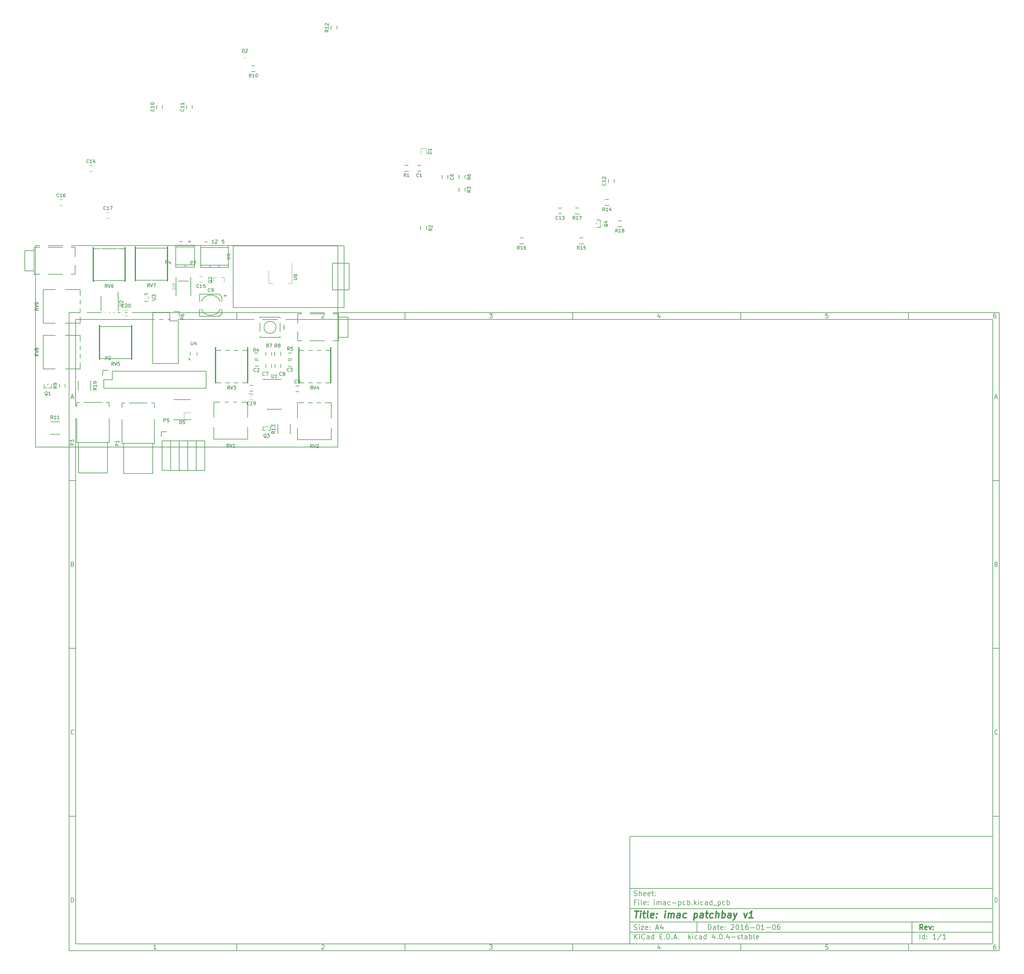
<source format=gto>
G04 #@! TF.FileFunction,Legend,Top*
%FSLAX46Y46*%
G04 Gerber Fmt 4.6, Leading zero omitted, Abs format (unit mm)*
G04 Created by KiCad (PCBNEW 4.0.4-stable) date 2017 January 14, Saturday 18:24:41*
%MOMM*%
%LPD*%
G01*
G04 APERTURE LIST*
%ADD10C,0.100000*%
%ADD11C,0.150000*%
%ADD12C,0.300000*%
%ADD13C,0.400000*%
%ADD14C,0.120000*%
%ADD15C,0.200000*%
%ADD16C,0.127000*%
%ADD17C,0.099060*%
%ADD18R,1.400000X1.650000*%
%ADD19R,1.650000X1.400000*%
%ADD20R,3.900000X2.000000*%
%ADD21R,1.600000X1.600000*%
%ADD22R,2.127200X2.127200*%
%ADD23O,2.127200X2.127200*%
%ADD24R,2.127200X2.432000*%
%ADD25O,2.127200X2.432000*%
%ADD26R,0.857200X1.111200*%
%ADD27R,1.200000X1.300000*%
%ADD28R,1.111200X0.857200*%
%ADD29R,2.000000X3.900000*%
%ADD30R,1.900000X1.000000*%
%ADD31R,1.060400X0.806400*%
%ADD32R,0.798780X1.149300*%
%ADD33R,0.803000X1.110000*%
%ADD34R,2.400000X2.400000*%
%ADD35C,1.700000*%
%ADD36C,1.800000*%
%ADD37R,1.900000X3.400000*%
%ADD38R,3.700000X2.700000*%
%ADD39R,2.398980X2.398980*%
%ADD40O,2.398980X2.398980*%
%ADD41R,3.900000X2.200000*%
%ADD42R,1.100000X1.700000*%
%ADD43R,1.700000X1.900000*%
%ADD44R,1.700000X1.100000*%
%ADD45R,1.900000X1.700000*%
%ADD46R,2.400000X1.400000*%
%ADD47O,2.000000X2.400000*%
%ADD48R,4.200000X2.400000*%
%ADD49R,1.900000X2.400000*%
%ADD50O,2.940000X2.400000*%
%ADD51O,2.432000X2.127200*%
%ADD52O,2.400000X2.940000*%
%ADD53O,2.400000X4.400000*%
%ADD54R,2.900000X1.900000*%
%ADD55R,1.000000X2.400000*%
G04 APERTURE END LIST*
D10*
D11*
X177002200Y-116007200D02*
X177002200Y-148007200D01*
X285002200Y-148007200D01*
X285002200Y-116007200D01*
X177002200Y-116007200D01*
D10*
D11*
X10000000Y40000000D02*
X10000000Y-150007200D01*
X287002200Y-150007200D01*
X287002200Y40000000D01*
X10000000Y40000000D01*
D10*
D11*
X12000000Y38000000D02*
X12000000Y-148007200D01*
X285002200Y-148007200D01*
X285002200Y38000000D01*
X12000000Y38000000D01*
D10*
D11*
X60000000Y38000000D02*
X60000000Y40000000D01*
D10*
D11*
X110000000Y38000000D02*
X110000000Y40000000D01*
D10*
D11*
X160000000Y38000000D02*
X160000000Y40000000D01*
D10*
D11*
X210000000Y38000000D02*
X210000000Y40000000D01*
D10*
D11*
X260000000Y38000000D02*
X260000000Y40000000D01*
D10*
D11*
X35990476Y38411905D02*
X35247619Y38411905D01*
X35619048Y38411905D02*
X35619048Y39711905D01*
X35495238Y39526190D01*
X35371429Y39402381D01*
X35247619Y39340476D01*
D10*
D11*
X85247619Y39588095D02*
X85309524Y39650000D01*
X85433333Y39711905D01*
X85742857Y39711905D01*
X85866667Y39650000D01*
X85928571Y39588095D01*
X85990476Y39464286D01*
X85990476Y39340476D01*
X85928571Y39154762D01*
X85185714Y38411905D01*
X85990476Y38411905D01*
D10*
D11*
X135185714Y39711905D02*
X135990476Y39711905D01*
X135557143Y39216667D01*
X135742857Y39216667D01*
X135866667Y39154762D01*
X135928571Y39092857D01*
X135990476Y38969048D01*
X135990476Y38659524D01*
X135928571Y38535714D01*
X135866667Y38473810D01*
X135742857Y38411905D01*
X135371429Y38411905D01*
X135247619Y38473810D01*
X135185714Y38535714D01*
D10*
D11*
X185866667Y39278571D02*
X185866667Y38411905D01*
X185557143Y39773810D02*
X185247619Y38845238D01*
X186052381Y38845238D01*
D10*
D11*
X235928571Y39711905D02*
X235309524Y39711905D01*
X235247619Y39092857D01*
X235309524Y39154762D01*
X235433333Y39216667D01*
X235742857Y39216667D01*
X235866667Y39154762D01*
X235928571Y39092857D01*
X235990476Y38969048D01*
X235990476Y38659524D01*
X235928571Y38535714D01*
X235866667Y38473810D01*
X235742857Y38411905D01*
X235433333Y38411905D01*
X235309524Y38473810D01*
X235247619Y38535714D01*
D10*
D11*
X285866667Y39711905D02*
X285619048Y39711905D01*
X285495238Y39650000D01*
X285433333Y39588095D01*
X285309524Y39402381D01*
X285247619Y39154762D01*
X285247619Y38659524D01*
X285309524Y38535714D01*
X285371429Y38473810D01*
X285495238Y38411905D01*
X285742857Y38411905D01*
X285866667Y38473810D01*
X285928571Y38535714D01*
X285990476Y38659524D01*
X285990476Y38969048D01*
X285928571Y39092857D01*
X285866667Y39154762D01*
X285742857Y39216667D01*
X285495238Y39216667D01*
X285371429Y39154762D01*
X285309524Y39092857D01*
X285247619Y38969048D01*
D10*
D11*
X60000000Y-148007200D02*
X60000000Y-150007200D01*
D10*
D11*
X110000000Y-148007200D02*
X110000000Y-150007200D01*
D10*
D11*
X160000000Y-148007200D02*
X160000000Y-150007200D01*
D10*
D11*
X210000000Y-148007200D02*
X210000000Y-150007200D01*
D10*
D11*
X260000000Y-148007200D02*
X260000000Y-150007200D01*
D10*
D11*
X35990476Y-149595295D02*
X35247619Y-149595295D01*
X35619048Y-149595295D02*
X35619048Y-148295295D01*
X35495238Y-148481010D01*
X35371429Y-148604819D01*
X35247619Y-148666724D01*
D10*
D11*
X85247619Y-148419105D02*
X85309524Y-148357200D01*
X85433333Y-148295295D01*
X85742857Y-148295295D01*
X85866667Y-148357200D01*
X85928571Y-148419105D01*
X85990476Y-148542914D01*
X85990476Y-148666724D01*
X85928571Y-148852438D01*
X85185714Y-149595295D01*
X85990476Y-149595295D01*
D10*
D11*
X135185714Y-148295295D02*
X135990476Y-148295295D01*
X135557143Y-148790533D01*
X135742857Y-148790533D01*
X135866667Y-148852438D01*
X135928571Y-148914343D01*
X135990476Y-149038152D01*
X135990476Y-149347676D01*
X135928571Y-149471486D01*
X135866667Y-149533390D01*
X135742857Y-149595295D01*
X135371429Y-149595295D01*
X135247619Y-149533390D01*
X135185714Y-149471486D01*
D10*
D11*
X185866667Y-148728629D02*
X185866667Y-149595295D01*
X185557143Y-148233390D02*
X185247619Y-149161962D01*
X186052381Y-149161962D01*
D10*
D11*
X235928571Y-148295295D02*
X235309524Y-148295295D01*
X235247619Y-148914343D01*
X235309524Y-148852438D01*
X235433333Y-148790533D01*
X235742857Y-148790533D01*
X235866667Y-148852438D01*
X235928571Y-148914343D01*
X235990476Y-149038152D01*
X235990476Y-149347676D01*
X235928571Y-149471486D01*
X235866667Y-149533390D01*
X235742857Y-149595295D01*
X235433333Y-149595295D01*
X235309524Y-149533390D01*
X235247619Y-149471486D01*
D10*
D11*
X285866667Y-148295295D02*
X285619048Y-148295295D01*
X285495238Y-148357200D01*
X285433333Y-148419105D01*
X285309524Y-148604819D01*
X285247619Y-148852438D01*
X285247619Y-149347676D01*
X285309524Y-149471486D01*
X285371429Y-149533390D01*
X285495238Y-149595295D01*
X285742857Y-149595295D01*
X285866667Y-149533390D01*
X285928571Y-149471486D01*
X285990476Y-149347676D01*
X285990476Y-149038152D01*
X285928571Y-148914343D01*
X285866667Y-148852438D01*
X285742857Y-148790533D01*
X285495238Y-148790533D01*
X285371429Y-148852438D01*
X285309524Y-148914343D01*
X285247619Y-149038152D01*
D10*
D11*
X10000000Y-10000000D02*
X12000000Y-10000000D01*
D10*
D11*
X10000000Y-60000000D02*
X12000000Y-60000000D01*
D10*
D11*
X10000000Y-110000000D02*
X12000000Y-110000000D01*
D10*
D11*
X10690476Y14783333D02*
X11309524Y14783333D01*
X10566667Y14411905D02*
X11000000Y15711905D01*
X11433333Y14411905D01*
D10*
D11*
X11092857Y-34907143D02*
X11278571Y-34969048D01*
X11340476Y-35030952D01*
X11402381Y-35154762D01*
X11402381Y-35340476D01*
X11340476Y-35464286D01*
X11278571Y-35526190D01*
X11154762Y-35588095D01*
X10659524Y-35588095D01*
X10659524Y-34288095D01*
X11092857Y-34288095D01*
X11216667Y-34350000D01*
X11278571Y-34411905D01*
X11340476Y-34535714D01*
X11340476Y-34659524D01*
X11278571Y-34783333D01*
X11216667Y-34845238D01*
X11092857Y-34907143D01*
X10659524Y-34907143D01*
D10*
D11*
X11402381Y-85464286D02*
X11340476Y-85526190D01*
X11154762Y-85588095D01*
X11030952Y-85588095D01*
X10845238Y-85526190D01*
X10721429Y-85402381D01*
X10659524Y-85278571D01*
X10597619Y-85030952D01*
X10597619Y-84845238D01*
X10659524Y-84597619D01*
X10721429Y-84473810D01*
X10845238Y-84350000D01*
X11030952Y-84288095D01*
X11154762Y-84288095D01*
X11340476Y-84350000D01*
X11402381Y-84411905D01*
D10*
D11*
X10659524Y-135588095D02*
X10659524Y-134288095D01*
X10969048Y-134288095D01*
X11154762Y-134350000D01*
X11278571Y-134473810D01*
X11340476Y-134597619D01*
X11402381Y-134845238D01*
X11402381Y-135030952D01*
X11340476Y-135278571D01*
X11278571Y-135402381D01*
X11154762Y-135526190D01*
X10969048Y-135588095D01*
X10659524Y-135588095D01*
D10*
D11*
X287002200Y-10000000D02*
X285002200Y-10000000D01*
D10*
D11*
X287002200Y-60000000D02*
X285002200Y-60000000D01*
D10*
D11*
X287002200Y-110000000D02*
X285002200Y-110000000D01*
D10*
D11*
X285692676Y14783333D02*
X286311724Y14783333D01*
X285568867Y14411905D02*
X286002200Y15711905D01*
X286435533Y14411905D01*
D10*
D11*
X286095057Y-34907143D02*
X286280771Y-34969048D01*
X286342676Y-35030952D01*
X286404581Y-35154762D01*
X286404581Y-35340476D01*
X286342676Y-35464286D01*
X286280771Y-35526190D01*
X286156962Y-35588095D01*
X285661724Y-35588095D01*
X285661724Y-34288095D01*
X286095057Y-34288095D01*
X286218867Y-34350000D01*
X286280771Y-34411905D01*
X286342676Y-34535714D01*
X286342676Y-34659524D01*
X286280771Y-34783333D01*
X286218867Y-34845238D01*
X286095057Y-34907143D01*
X285661724Y-34907143D01*
D10*
D11*
X286404581Y-85464286D02*
X286342676Y-85526190D01*
X286156962Y-85588095D01*
X286033152Y-85588095D01*
X285847438Y-85526190D01*
X285723629Y-85402381D01*
X285661724Y-85278571D01*
X285599819Y-85030952D01*
X285599819Y-84845238D01*
X285661724Y-84597619D01*
X285723629Y-84473810D01*
X285847438Y-84350000D01*
X286033152Y-84288095D01*
X286156962Y-84288095D01*
X286342676Y-84350000D01*
X286404581Y-84411905D01*
D10*
D11*
X285661724Y-135588095D02*
X285661724Y-134288095D01*
X285971248Y-134288095D01*
X286156962Y-134350000D01*
X286280771Y-134473810D01*
X286342676Y-134597619D01*
X286404581Y-134845238D01*
X286404581Y-135030952D01*
X286342676Y-135278571D01*
X286280771Y-135402381D01*
X286156962Y-135526190D01*
X285971248Y-135588095D01*
X285661724Y-135588095D01*
D10*
D11*
X200359343Y-143785771D02*
X200359343Y-142285771D01*
X200716486Y-142285771D01*
X200930771Y-142357200D01*
X201073629Y-142500057D01*
X201145057Y-142642914D01*
X201216486Y-142928629D01*
X201216486Y-143142914D01*
X201145057Y-143428629D01*
X201073629Y-143571486D01*
X200930771Y-143714343D01*
X200716486Y-143785771D01*
X200359343Y-143785771D01*
X202502200Y-143785771D02*
X202502200Y-143000057D01*
X202430771Y-142857200D01*
X202287914Y-142785771D01*
X202002200Y-142785771D01*
X201859343Y-142857200D01*
X202502200Y-143714343D02*
X202359343Y-143785771D01*
X202002200Y-143785771D01*
X201859343Y-143714343D01*
X201787914Y-143571486D01*
X201787914Y-143428629D01*
X201859343Y-143285771D01*
X202002200Y-143214343D01*
X202359343Y-143214343D01*
X202502200Y-143142914D01*
X203002200Y-142785771D02*
X203573629Y-142785771D01*
X203216486Y-142285771D02*
X203216486Y-143571486D01*
X203287914Y-143714343D01*
X203430772Y-143785771D01*
X203573629Y-143785771D01*
X204645057Y-143714343D02*
X204502200Y-143785771D01*
X204216486Y-143785771D01*
X204073629Y-143714343D01*
X204002200Y-143571486D01*
X204002200Y-143000057D01*
X204073629Y-142857200D01*
X204216486Y-142785771D01*
X204502200Y-142785771D01*
X204645057Y-142857200D01*
X204716486Y-143000057D01*
X204716486Y-143142914D01*
X204002200Y-143285771D01*
X205359343Y-143642914D02*
X205430771Y-143714343D01*
X205359343Y-143785771D01*
X205287914Y-143714343D01*
X205359343Y-143642914D01*
X205359343Y-143785771D01*
X205359343Y-142857200D02*
X205430771Y-142928629D01*
X205359343Y-143000057D01*
X205287914Y-142928629D01*
X205359343Y-142857200D01*
X205359343Y-143000057D01*
X207145057Y-142428629D02*
X207216486Y-142357200D01*
X207359343Y-142285771D01*
X207716486Y-142285771D01*
X207859343Y-142357200D01*
X207930772Y-142428629D01*
X208002200Y-142571486D01*
X208002200Y-142714343D01*
X207930772Y-142928629D01*
X207073629Y-143785771D01*
X208002200Y-143785771D01*
X208930771Y-142285771D02*
X209073628Y-142285771D01*
X209216485Y-142357200D01*
X209287914Y-142428629D01*
X209359343Y-142571486D01*
X209430771Y-142857200D01*
X209430771Y-143214343D01*
X209359343Y-143500057D01*
X209287914Y-143642914D01*
X209216485Y-143714343D01*
X209073628Y-143785771D01*
X208930771Y-143785771D01*
X208787914Y-143714343D01*
X208716485Y-143642914D01*
X208645057Y-143500057D01*
X208573628Y-143214343D01*
X208573628Y-142857200D01*
X208645057Y-142571486D01*
X208716485Y-142428629D01*
X208787914Y-142357200D01*
X208930771Y-142285771D01*
X210859342Y-143785771D02*
X210002199Y-143785771D01*
X210430771Y-143785771D02*
X210430771Y-142285771D01*
X210287914Y-142500057D01*
X210145056Y-142642914D01*
X210002199Y-142714343D01*
X212145056Y-142285771D02*
X211859342Y-142285771D01*
X211716485Y-142357200D01*
X211645056Y-142428629D01*
X211502199Y-142642914D01*
X211430770Y-142928629D01*
X211430770Y-143500057D01*
X211502199Y-143642914D01*
X211573627Y-143714343D01*
X211716485Y-143785771D01*
X212002199Y-143785771D01*
X212145056Y-143714343D01*
X212216485Y-143642914D01*
X212287913Y-143500057D01*
X212287913Y-143142914D01*
X212216485Y-143000057D01*
X212145056Y-142928629D01*
X212002199Y-142857200D01*
X211716485Y-142857200D01*
X211573627Y-142928629D01*
X211502199Y-143000057D01*
X211430770Y-143142914D01*
X212930770Y-143214343D02*
X214073627Y-143214343D01*
X215073627Y-142285771D02*
X215216484Y-142285771D01*
X215359341Y-142357200D01*
X215430770Y-142428629D01*
X215502199Y-142571486D01*
X215573627Y-142857200D01*
X215573627Y-143214343D01*
X215502199Y-143500057D01*
X215430770Y-143642914D01*
X215359341Y-143714343D01*
X215216484Y-143785771D01*
X215073627Y-143785771D01*
X214930770Y-143714343D01*
X214859341Y-143642914D01*
X214787913Y-143500057D01*
X214716484Y-143214343D01*
X214716484Y-142857200D01*
X214787913Y-142571486D01*
X214859341Y-142428629D01*
X214930770Y-142357200D01*
X215073627Y-142285771D01*
X217002198Y-143785771D02*
X216145055Y-143785771D01*
X216573627Y-143785771D02*
X216573627Y-142285771D01*
X216430770Y-142500057D01*
X216287912Y-142642914D01*
X216145055Y-142714343D01*
X217645055Y-143214343D02*
X218787912Y-143214343D01*
X219787912Y-142285771D02*
X219930769Y-142285771D01*
X220073626Y-142357200D01*
X220145055Y-142428629D01*
X220216484Y-142571486D01*
X220287912Y-142857200D01*
X220287912Y-143214343D01*
X220216484Y-143500057D01*
X220145055Y-143642914D01*
X220073626Y-143714343D01*
X219930769Y-143785771D01*
X219787912Y-143785771D01*
X219645055Y-143714343D01*
X219573626Y-143642914D01*
X219502198Y-143500057D01*
X219430769Y-143214343D01*
X219430769Y-142857200D01*
X219502198Y-142571486D01*
X219573626Y-142428629D01*
X219645055Y-142357200D01*
X219787912Y-142285771D01*
X221573626Y-142285771D02*
X221287912Y-142285771D01*
X221145055Y-142357200D01*
X221073626Y-142428629D01*
X220930769Y-142642914D01*
X220859340Y-142928629D01*
X220859340Y-143500057D01*
X220930769Y-143642914D01*
X221002197Y-143714343D01*
X221145055Y-143785771D01*
X221430769Y-143785771D01*
X221573626Y-143714343D01*
X221645055Y-143642914D01*
X221716483Y-143500057D01*
X221716483Y-143142914D01*
X221645055Y-143000057D01*
X221573626Y-142928629D01*
X221430769Y-142857200D01*
X221145055Y-142857200D01*
X221002197Y-142928629D01*
X220930769Y-143000057D01*
X220859340Y-143142914D01*
D10*
D11*
X177002200Y-144507200D02*
X285002200Y-144507200D01*
D10*
D11*
X178359343Y-146585771D02*
X178359343Y-145085771D01*
X179216486Y-146585771D02*
X178573629Y-145728629D01*
X179216486Y-145085771D02*
X178359343Y-145942914D01*
X179859343Y-146585771D02*
X179859343Y-145585771D01*
X179859343Y-145085771D02*
X179787914Y-145157200D01*
X179859343Y-145228629D01*
X179930771Y-145157200D01*
X179859343Y-145085771D01*
X179859343Y-145228629D01*
X181430772Y-146442914D02*
X181359343Y-146514343D01*
X181145057Y-146585771D01*
X181002200Y-146585771D01*
X180787915Y-146514343D01*
X180645057Y-146371486D01*
X180573629Y-146228629D01*
X180502200Y-145942914D01*
X180502200Y-145728629D01*
X180573629Y-145442914D01*
X180645057Y-145300057D01*
X180787915Y-145157200D01*
X181002200Y-145085771D01*
X181145057Y-145085771D01*
X181359343Y-145157200D01*
X181430772Y-145228629D01*
X182716486Y-146585771D02*
X182716486Y-145800057D01*
X182645057Y-145657200D01*
X182502200Y-145585771D01*
X182216486Y-145585771D01*
X182073629Y-145657200D01*
X182716486Y-146514343D02*
X182573629Y-146585771D01*
X182216486Y-146585771D01*
X182073629Y-146514343D01*
X182002200Y-146371486D01*
X182002200Y-146228629D01*
X182073629Y-146085771D01*
X182216486Y-146014343D01*
X182573629Y-146014343D01*
X182716486Y-145942914D01*
X184073629Y-146585771D02*
X184073629Y-145085771D01*
X184073629Y-146514343D02*
X183930772Y-146585771D01*
X183645058Y-146585771D01*
X183502200Y-146514343D01*
X183430772Y-146442914D01*
X183359343Y-146300057D01*
X183359343Y-145871486D01*
X183430772Y-145728629D01*
X183502200Y-145657200D01*
X183645058Y-145585771D01*
X183930772Y-145585771D01*
X184073629Y-145657200D01*
X185930772Y-145800057D02*
X186430772Y-145800057D01*
X186645058Y-146585771D02*
X185930772Y-146585771D01*
X185930772Y-145085771D01*
X186645058Y-145085771D01*
X187287915Y-146442914D02*
X187359343Y-146514343D01*
X187287915Y-146585771D01*
X187216486Y-146514343D01*
X187287915Y-146442914D01*
X187287915Y-146585771D01*
X188002201Y-146585771D02*
X188002201Y-145085771D01*
X188359344Y-145085771D01*
X188573629Y-145157200D01*
X188716487Y-145300057D01*
X188787915Y-145442914D01*
X188859344Y-145728629D01*
X188859344Y-145942914D01*
X188787915Y-146228629D01*
X188716487Y-146371486D01*
X188573629Y-146514343D01*
X188359344Y-146585771D01*
X188002201Y-146585771D01*
X189502201Y-146442914D02*
X189573629Y-146514343D01*
X189502201Y-146585771D01*
X189430772Y-146514343D01*
X189502201Y-146442914D01*
X189502201Y-146585771D01*
X190145058Y-146157200D02*
X190859344Y-146157200D01*
X190002201Y-146585771D02*
X190502201Y-145085771D01*
X191002201Y-146585771D01*
X191502201Y-146442914D02*
X191573629Y-146514343D01*
X191502201Y-146585771D01*
X191430772Y-146514343D01*
X191502201Y-146442914D01*
X191502201Y-146585771D01*
X194502201Y-146585771D02*
X194502201Y-145085771D01*
X194645058Y-146014343D02*
X195073629Y-146585771D01*
X195073629Y-145585771D02*
X194502201Y-146157200D01*
X195716487Y-146585771D02*
X195716487Y-145585771D01*
X195716487Y-145085771D02*
X195645058Y-145157200D01*
X195716487Y-145228629D01*
X195787915Y-145157200D01*
X195716487Y-145085771D01*
X195716487Y-145228629D01*
X197073630Y-146514343D02*
X196930773Y-146585771D01*
X196645059Y-146585771D01*
X196502201Y-146514343D01*
X196430773Y-146442914D01*
X196359344Y-146300057D01*
X196359344Y-145871486D01*
X196430773Y-145728629D01*
X196502201Y-145657200D01*
X196645059Y-145585771D01*
X196930773Y-145585771D01*
X197073630Y-145657200D01*
X198359344Y-146585771D02*
X198359344Y-145800057D01*
X198287915Y-145657200D01*
X198145058Y-145585771D01*
X197859344Y-145585771D01*
X197716487Y-145657200D01*
X198359344Y-146514343D02*
X198216487Y-146585771D01*
X197859344Y-146585771D01*
X197716487Y-146514343D01*
X197645058Y-146371486D01*
X197645058Y-146228629D01*
X197716487Y-146085771D01*
X197859344Y-146014343D01*
X198216487Y-146014343D01*
X198359344Y-145942914D01*
X199716487Y-146585771D02*
X199716487Y-145085771D01*
X199716487Y-146514343D02*
X199573630Y-146585771D01*
X199287916Y-146585771D01*
X199145058Y-146514343D01*
X199073630Y-146442914D01*
X199002201Y-146300057D01*
X199002201Y-145871486D01*
X199073630Y-145728629D01*
X199145058Y-145657200D01*
X199287916Y-145585771D01*
X199573630Y-145585771D01*
X199716487Y-145657200D01*
X202216487Y-145585771D02*
X202216487Y-146585771D01*
X201859344Y-145014343D02*
X201502201Y-146085771D01*
X202430773Y-146085771D01*
X203002201Y-146442914D02*
X203073629Y-146514343D01*
X203002201Y-146585771D01*
X202930772Y-146514343D01*
X203002201Y-146442914D01*
X203002201Y-146585771D01*
X204002201Y-145085771D02*
X204145058Y-145085771D01*
X204287915Y-145157200D01*
X204359344Y-145228629D01*
X204430773Y-145371486D01*
X204502201Y-145657200D01*
X204502201Y-146014343D01*
X204430773Y-146300057D01*
X204359344Y-146442914D01*
X204287915Y-146514343D01*
X204145058Y-146585771D01*
X204002201Y-146585771D01*
X203859344Y-146514343D01*
X203787915Y-146442914D01*
X203716487Y-146300057D01*
X203645058Y-146014343D01*
X203645058Y-145657200D01*
X203716487Y-145371486D01*
X203787915Y-145228629D01*
X203859344Y-145157200D01*
X204002201Y-145085771D01*
X205145058Y-146442914D02*
X205216486Y-146514343D01*
X205145058Y-146585771D01*
X205073629Y-146514343D01*
X205145058Y-146442914D01*
X205145058Y-146585771D01*
X206502201Y-145585771D02*
X206502201Y-146585771D01*
X206145058Y-145014343D02*
X205787915Y-146085771D01*
X206716487Y-146085771D01*
X207287915Y-146014343D02*
X208430772Y-146014343D01*
X209073629Y-146514343D02*
X209216486Y-146585771D01*
X209502201Y-146585771D01*
X209645058Y-146514343D01*
X209716486Y-146371486D01*
X209716486Y-146300057D01*
X209645058Y-146157200D01*
X209502201Y-146085771D01*
X209287915Y-146085771D01*
X209145058Y-146014343D01*
X209073629Y-145871486D01*
X209073629Y-145800057D01*
X209145058Y-145657200D01*
X209287915Y-145585771D01*
X209502201Y-145585771D01*
X209645058Y-145657200D01*
X210145058Y-145585771D02*
X210716487Y-145585771D01*
X210359344Y-145085771D02*
X210359344Y-146371486D01*
X210430772Y-146514343D01*
X210573630Y-146585771D01*
X210716487Y-146585771D01*
X211859344Y-146585771D02*
X211859344Y-145800057D01*
X211787915Y-145657200D01*
X211645058Y-145585771D01*
X211359344Y-145585771D01*
X211216487Y-145657200D01*
X211859344Y-146514343D02*
X211716487Y-146585771D01*
X211359344Y-146585771D01*
X211216487Y-146514343D01*
X211145058Y-146371486D01*
X211145058Y-146228629D01*
X211216487Y-146085771D01*
X211359344Y-146014343D01*
X211716487Y-146014343D01*
X211859344Y-145942914D01*
X212573630Y-146585771D02*
X212573630Y-145085771D01*
X212573630Y-145657200D02*
X212716487Y-145585771D01*
X213002201Y-145585771D01*
X213145058Y-145657200D01*
X213216487Y-145728629D01*
X213287916Y-145871486D01*
X213287916Y-146300057D01*
X213216487Y-146442914D01*
X213145058Y-146514343D01*
X213002201Y-146585771D01*
X212716487Y-146585771D01*
X212573630Y-146514343D01*
X214145059Y-146585771D02*
X214002201Y-146514343D01*
X213930773Y-146371486D01*
X213930773Y-145085771D01*
X215287915Y-146514343D02*
X215145058Y-146585771D01*
X214859344Y-146585771D01*
X214716487Y-146514343D01*
X214645058Y-146371486D01*
X214645058Y-145800057D01*
X214716487Y-145657200D01*
X214859344Y-145585771D01*
X215145058Y-145585771D01*
X215287915Y-145657200D01*
X215359344Y-145800057D01*
X215359344Y-145942914D01*
X214645058Y-146085771D01*
D10*
D11*
X177002200Y-141507200D02*
X285002200Y-141507200D01*
D10*
D12*
X264216486Y-143785771D02*
X263716486Y-143071486D01*
X263359343Y-143785771D02*
X263359343Y-142285771D01*
X263930771Y-142285771D01*
X264073629Y-142357200D01*
X264145057Y-142428629D01*
X264216486Y-142571486D01*
X264216486Y-142785771D01*
X264145057Y-142928629D01*
X264073629Y-143000057D01*
X263930771Y-143071486D01*
X263359343Y-143071486D01*
X265430771Y-143714343D02*
X265287914Y-143785771D01*
X265002200Y-143785771D01*
X264859343Y-143714343D01*
X264787914Y-143571486D01*
X264787914Y-143000057D01*
X264859343Y-142857200D01*
X265002200Y-142785771D01*
X265287914Y-142785771D01*
X265430771Y-142857200D01*
X265502200Y-143000057D01*
X265502200Y-143142914D01*
X264787914Y-143285771D01*
X266002200Y-142785771D02*
X266359343Y-143785771D01*
X266716485Y-142785771D01*
X267287914Y-143642914D02*
X267359342Y-143714343D01*
X267287914Y-143785771D01*
X267216485Y-143714343D01*
X267287914Y-143642914D01*
X267287914Y-143785771D01*
X267287914Y-142857200D02*
X267359342Y-142928629D01*
X267287914Y-143000057D01*
X267216485Y-142928629D01*
X267287914Y-142857200D01*
X267287914Y-143000057D01*
D10*
D11*
X178287914Y-143714343D02*
X178502200Y-143785771D01*
X178859343Y-143785771D01*
X179002200Y-143714343D01*
X179073629Y-143642914D01*
X179145057Y-143500057D01*
X179145057Y-143357200D01*
X179073629Y-143214343D01*
X179002200Y-143142914D01*
X178859343Y-143071486D01*
X178573629Y-143000057D01*
X178430771Y-142928629D01*
X178359343Y-142857200D01*
X178287914Y-142714343D01*
X178287914Y-142571486D01*
X178359343Y-142428629D01*
X178430771Y-142357200D01*
X178573629Y-142285771D01*
X178930771Y-142285771D01*
X179145057Y-142357200D01*
X179787914Y-143785771D02*
X179787914Y-142785771D01*
X179787914Y-142285771D02*
X179716485Y-142357200D01*
X179787914Y-142428629D01*
X179859342Y-142357200D01*
X179787914Y-142285771D01*
X179787914Y-142428629D01*
X180359343Y-142785771D02*
X181145057Y-142785771D01*
X180359343Y-143785771D01*
X181145057Y-143785771D01*
X182287914Y-143714343D02*
X182145057Y-143785771D01*
X181859343Y-143785771D01*
X181716486Y-143714343D01*
X181645057Y-143571486D01*
X181645057Y-143000057D01*
X181716486Y-142857200D01*
X181859343Y-142785771D01*
X182145057Y-142785771D01*
X182287914Y-142857200D01*
X182359343Y-143000057D01*
X182359343Y-143142914D01*
X181645057Y-143285771D01*
X183002200Y-143642914D02*
X183073628Y-143714343D01*
X183002200Y-143785771D01*
X182930771Y-143714343D01*
X183002200Y-143642914D01*
X183002200Y-143785771D01*
X183002200Y-142857200D02*
X183073628Y-142928629D01*
X183002200Y-143000057D01*
X182930771Y-142928629D01*
X183002200Y-142857200D01*
X183002200Y-143000057D01*
X184787914Y-143357200D02*
X185502200Y-143357200D01*
X184645057Y-143785771D02*
X185145057Y-142285771D01*
X185645057Y-143785771D01*
X186787914Y-142785771D02*
X186787914Y-143785771D01*
X186430771Y-142214343D02*
X186073628Y-143285771D01*
X187002200Y-143285771D01*
D10*
D11*
X263359343Y-146585771D02*
X263359343Y-145085771D01*
X264716486Y-146585771D02*
X264716486Y-145085771D01*
X264716486Y-146514343D02*
X264573629Y-146585771D01*
X264287915Y-146585771D01*
X264145057Y-146514343D01*
X264073629Y-146442914D01*
X264002200Y-146300057D01*
X264002200Y-145871486D01*
X264073629Y-145728629D01*
X264145057Y-145657200D01*
X264287915Y-145585771D01*
X264573629Y-145585771D01*
X264716486Y-145657200D01*
X265430772Y-146442914D02*
X265502200Y-146514343D01*
X265430772Y-146585771D01*
X265359343Y-146514343D01*
X265430772Y-146442914D01*
X265430772Y-146585771D01*
X265430772Y-145657200D02*
X265502200Y-145728629D01*
X265430772Y-145800057D01*
X265359343Y-145728629D01*
X265430772Y-145657200D01*
X265430772Y-145800057D01*
X268073629Y-146585771D02*
X267216486Y-146585771D01*
X267645058Y-146585771D02*
X267645058Y-145085771D01*
X267502201Y-145300057D01*
X267359343Y-145442914D01*
X267216486Y-145514343D01*
X269787914Y-145014343D02*
X268502200Y-146942914D01*
X271073629Y-146585771D02*
X270216486Y-146585771D01*
X270645058Y-146585771D02*
X270645058Y-145085771D01*
X270502201Y-145300057D01*
X270359343Y-145442914D01*
X270216486Y-145514343D01*
D10*
D11*
X177002200Y-137507200D02*
X285002200Y-137507200D01*
D10*
D13*
X178454581Y-138211962D02*
X179597438Y-138211962D01*
X178776010Y-140211962D02*
X179026010Y-138211962D01*
X180014105Y-140211962D02*
X180180771Y-138878629D01*
X180264105Y-138211962D02*
X180156962Y-138307200D01*
X180240295Y-138402438D01*
X180347439Y-138307200D01*
X180264105Y-138211962D01*
X180240295Y-138402438D01*
X180847438Y-138878629D02*
X181609343Y-138878629D01*
X181216486Y-138211962D02*
X181002200Y-139926248D01*
X181073630Y-140116724D01*
X181252201Y-140211962D01*
X181442677Y-140211962D01*
X182395058Y-140211962D02*
X182216487Y-140116724D01*
X182145057Y-139926248D01*
X182359343Y-138211962D01*
X183930772Y-140116724D02*
X183728391Y-140211962D01*
X183347439Y-140211962D01*
X183168867Y-140116724D01*
X183097438Y-139926248D01*
X183192676Y-139164343D01*
X183311724Y-138973867D01*
X183514105Y-138878629D01*
X183895057Y-138878629D01*
X184073629Y-138973867D01*
X184145057Y-139164343D01*
X184121248Y-139354819D01*
X183145057Y-139545295D01*
X184895057Y-140021486D02*
X184978392Y-140116724D01*
X184871248Y-140211962D01*
X184787915Y-140116724D01*
X184895057Y-140021486D01*
X184871248Y-140211962D01*
X185026010Y-138973867D02*
X185109344Y-139069105D01*
X185002200Y-139164343D01*
X184918867Y-139069105D01*
X185026010Y-138973867D01*
X185002200Y-139164343D01*
X187347439Y-140211962D02*
X187514105Y-138878629D01*
X187597439Y-138211962D02*
X187490296Y-138307200D01*
X187573629Y-138402438D01*
X187680773Y-138307200D01*
X187597439Y-138211962D01*
X187573629Y-138402438D01*
X188299820Y-140211962D02*
X188466486Y-138878629D01*
X188442677Y-139069105D02*
X188549821Y-138973867D01*
X188752201Y-138878629D01*
X189037915Y-138878629D01*
X189216487Y-138973867D01*
X189287915Y-139164343D01*
X189156963Y-140211962D01*
X189287915Y-139164343D02*
X189406963Y-138973867D01*
X189609344Y-138878629D01*
X189895058Y-138878629D01*
X190073630Y-138973867D01*
X190145058Y-139164343D01*
X190014106Y-140211962D01*
X191823630Y-140211962D02*
X191954582Y-139164343D01*
X191883154Y-138973867D01*
X191704582Y-138878629D01*
X191323630Y-138878629D01*
X191121249Y-138973867D01*
X191835535Y-140116724D02*
X191633154Y-140211962D01*
X191156964Y-140211962D01*
X190978392Y-140116724D01*
X190906963Y-139926248D01*
X190930773Y-139735771D01*
X191049820Y-139545295D01*
X191252202Y-139450057D01*
X191728392Y-139450057D01*
X191930773Y-139354819D01*
X193645059Y-140116724D02*
X193442678Y-140211962D01*
X193061726Y-140211962D01*
X192883155Y-140116724D01*
X192799820Y-140021486D01*
X192728392Y-139831010D01*
X192799820Y-139259581D01*
X192918868Y-139069105D01*
X193026012Y-138973867D01*
X193228392Y-138878629D01*
X193609344Y-138878629D01*
X193787916Y-138973867D01*
X196180773Y-138878629D02*
X195930773Y-140878629D01*
X196168869Y-138973867D02*
X196371250Y-138878629D01*
X196752202Y-138878629D01*
X196930774Y-138973867D01*
X197014107Y-139069105D01*
X197085535Y-139259581D01*
X197014107Y-139831010D01*
X196895059Y-140021486D01*
X196787917Y-140116724D01*
X196585536Y-140211962D01*
X196204584Y-140211962D01*
X196026012Y-140116724D01*
X198680774Y-140211962D02*
X198811726Y-139164343D01*
X198740298Y-138973867D01*
X198561726Y-138878629D01*
X198180774Y-138878629D01*
X197978393Y-138973867D01*
X198692679Y-140116724D02*
X198490298Y-140211962D01*
X198014108Y-140211962D01*
X197835536Y-140116724D01*
X197764107Y-139926248D01*
X197787917Y-139735771D01*
X197906964Y-139545295D01*
X198109346Y-139450057D01*
X198585536Y-139450057D01*
X198787917Y-139354819D01*
X199514107Y-138878629D02*
X200276012Y-138878629D01*
X199883155Y-138211962D02*
X199668869Y-139926248D01*
X199740299Y-140116724D01*
X199918870Y-140211962D01*
X200109346Y-140211962D01*
X201645060Y-140116724D02*
X201442679Y-140211962D01*
X201061727Y-140211962D01*
X200883156Y-140116724D01*
X200799821Y-140021486D01*
X200728393Y-139831010D01*
X200799821Y-139259581D01*
X200918869Y-139069105D01*
X201026013Y-138973867D01*
X201228393Y-138878629D01*
X201609345Y-138878629D01*
X201787917Y-138973867D01*
X202490298Y-140211962D02*
X202740298Y-138211962D01*
X203347441Y-140211962D02*
X203478393Y-139164343D01*
X203406965Y-138973867D01*
X203228393Y-138878629D01*
X202942679Y-138878629D01*
X202740299Y-138973867D01*
X202633155Y-139069105D01*
X204299822Y-140211962D02*
X204549822Y-138211962D01*
X204454584Y-138973867D02*
X204656965Y-138878629D01*
X205037917Y-138878629D01*
X205216489Y-138973867D01*
X205299822Y-139069105D01*
X205371250Y-139259581D01*
X205299822Y-139831010D01*
X205180774Y-140021486D01*
X205073632Y-140116724D01*
X204871251Y-140211962D01*
X204490299Y-140211962D01*
X204311727Y-140116724D01*
X206966489Y-140211962D02*
X207097441Y-139164343D01*
X207026013Y-138973867D01*
X206847441Y-138878629D01*
X206466489Y-138878629D01*
X206264108Y-138973867D01*
X206978394Y-140116724D02*
X206776013Y-140211962D01*
X206299823Y-140211962D01*
X206121251Y-140116724D01*
X206049822Y-139926248D01*
X206073632Y-139735771D01*
X206192679Y-139545295D01*
X206395061Y-139450057D01*
X206871251Y-139450057D01*
X207073632Y-139354819D01*
X207895060Y-138878629D02*
X208204585Y-140211962D01*
X208847441Y-138878629D02*
X208204585Y-140211962D01*
X207954585Y-140688152D01*
X207847441Y-140783390D01*
X207645060Y-140878629D01*
X210942680Y-138878629D02*
X211252205Y-140211962D01*
X211895061Y-138878629D01*
X213537920Y-140211962D02*
X212395062Y-140211962D01*
X212966491Y-140211962D02*
X213216491Y-138211962D01*
X212990301Y-138497676D01*
X212776015Y-138688152D01*
X212573633Y-138783390D01*
D10*
D11*
X178859343Y-135600057D02*
X178359343Y-135600057D01*
X178359343Y-136385771D02*
X178359343Y-134885771D01*
X179073629Y-134885771D01*
X179645057Y-136385771D02*
X179645057Y-135385771D01*
X179645057Y-134885771D02*
X179573628Y-134957200D01*
X179645057Y-135028629D01*
X179716485Y-134957200D01*
X179645057Y-134885771D01*
X179645057Y-135028629D01*
X180573629Y-136385771D02*
X180430771Y-136314343D01*
X180359343Y-136171486D01*
X180359343Y-134885771D01*
X181716485Y-136314343D02*
X181573628Y-136385771D01*
X181287914Y-136385771D01*
X181145057Y-136314343D01*
X181073628Y-136171486D01*
X181073628Y-135600057D01*
X181145057Y-135457200D01*
X181287914Y-135385771D01*
X181573628Y-135385771D01*
X181716485Y-135457200D01*
X181787914Y-135600057D01*
X181787914Y-135742914D01*
X181073628Y-135885771D01*
X182430771Y-136242914D02*
X182502199Y-136314343D01*
X182430771Y-136385771D01*
X182359342Y-136314343D01*
X182430771Y-136242914D01*
X182430771Y-136385771D01*
X182430771Y-135457200D02*
X182502199Y-135528629D01*
X182430771Y-135600057D01*
X182359342Y-135528629D01*
X182430771Y-135457200D01*
X182430771Y-135600057D01*
X184287914Y-136385771D02*
X184287914Y-135385771D01*
X184287914Y-134885771D02*
X184216485Y-134957200D01*
X184287914Y-135028629D01*
X184359342Y-134957200D01*
X184287914Y-134885771D01*
X184287914Y-135028629D01*
X185002200Y-136385771D02*
X185002200Y-135385771D01*
X185002200Y-135528629D02*
X185073628Y-135457200D01*
X185216486Y-135385771D01*
X185430771Y-135385771D01*
X185573628Y-135457200D01*
X185645057Y-135600057D01*
X185645057Y-136385771D01*
X185645057Y-135600057D02*
X185716486Y-135457200D01*
X185859343Y-135385771D01*
X186073628Y-135385771D01*
X186216486Y-135457200D01*
X186287914Y-135600057D01*
X186287914Y-136385771D01*
X187645057Y-136385771D02*
X187645057Y-135600057D01*
X187573628Y-135457200D01*
X187430771Y-135385771D01*
X187145057Y-135385771D01*
X187002200Y-135457200D01*
X187645057Y-136314343D02*
X187502200Y-136385771D01*
X187145057Y-136385771D01*
X187002200Y-136314343D01*
X186930771Y-136171486D01*
X186930771Y-136028629D01*
X187002200Y-135885771D01*
X187145057Y-135814343D01*
X187502200Y-135814343D01*
X187645057Y-135742914D01*
X189002200Y-136314343D02*
X188859343Y-136385771D01*
X188573629Y-136385771D01*
X188430771Y-136314343D01*
X188359343Y-136242914D01*
X188287914Y-136100057D01*
X188287914Y-135671486D01*
X188359343Y-135528629D01*
X188430771Y-135457200D01*
X188573629Y-135385771D01*
X188859343Y-135385771D01*
X189002200Y-135457200D01*
X189645057Y-135814343D02*
X190787914Y-135814343D01*
X191502200Y-135385771D02*
X191502200Y-136885771D01*
X191502200Y-135457200D02*
X191645057Y-135385771D01*
X191930771Y-135385771D01*
X192073628Y-135457200D01*
X192145057Y-135528629D01*
X192216486Y-135671486D01*
X192216486Y-136100057D01*
X192145057Y-136242914D01*
X192073628Y-136314343D01*
X191930771Y-136385771D01*
X191645057Y-136385771D01*
X191502200Y-136314343D01*
X193502200Y-136314343D02*
X193359343Y-136385771D01*
X193073629Y-136385771D01*
X192930771Y-136314343D01*
X192859343Y-136242914D01*
X192787914Y-136100057D01*
X192787914Y-135671486D01*
X192859343Y-135528629D01*
X192930771Y-135457200D01*
X193073629Y-135385771D01*
X193359343Y-135385771D01*
X193502200Y-135457200D01*
X194145057Y-136385771D02*
X194145057Y-134885771D01*
X194145057Y-135457200D02*
X194287914Y-135385771D01*
X194573628Y-135385771D01*
X194716485Y-135457200D01*
X194787914Y-135528629D01*
X194859343Y-135671486D01*
X194859343Y-136100057D01*
X194787914Y-136242914D01*
X194716485Y-136314343D01*
X194573628Y-136385771D01*
X194287914Y-136385771D01*
X194145057Y-136314343D01*
X195502200Y-136242914D02*
X195573628Y-136314343D01*
X195502200Y-136385771D01*
X195430771Y-136314343D01*
X195502200Y-136242914D01*
X195502200Y-136385771D01*
X196216486Y-136385771D02*
X196216486Y-134885771D01*
X196359343Y-135814343D02*
X196787914Y-136385771D01*
X196787914Y-135385771D02*
X196216486Y-135957200D01*
X197430772Y-136385771D02*
X197430772Y-135385771D01*
X197430772Y-134885771D02*
X197359343Y-134957200D01*
X197430772Y-135028629D01*
X197502200Y-134957200D01*
X197430772Y-134885771D01*
X197430772Y-135028629D01*
X198787915Y-136314343D02*
X198645058Y-136385771D01*
X198359344Y-136385771D01*
X198216486Y-136314343D01*
X198145058Y-136242914D01*
X198073629Y-136100057D01*
X198073629Y-135671486D01*
X198145058Y-135528629D01*
X198216486Y-135457200D01*
X198359344Y-135385771D01*
X198645058Y-135385771D01*
X198787915Y-135457200D01*
X200073629Y-136385771D02*
X200073629Y-135600057D01*
X200002200Y-135457200D01*
X199859343Y-135385771D01*
X199573629Y-135385771D01*
X199430772Y-135457200D01*
X200073629Y-136314343D02*
X199930772Y-136385771D01*
X199573629Y-136385771D01*
X199430772Y-136314343D01*
X199359343Y-136171486D01*
X199359343Y-136028629D01*
X199430772Y-135885771D01*
X199573629Y-135814343D01*
X199930772Y-135814343D01*
X200073629Y-135742914D01*
X201430772Y-136385771D02*
X201430772Y-134885771D01*
X201430772Y-136314343D02*
X201287915Y-136385771D01*
X201002201Y-136385771D01*
X200859343Y-136314343D01*
X200787915Y-136242914D01*
X200716486Y-136100057D01*
X200716486Y-135671486D01*
X200787915Y-135528629D01*
X200859343Y-135457200D01*
X201002201Y-135385771D01*
X201287915Y-135385771D01*
X201430772Y-135457200D01*
X201787915Y-136528629D02*
X202930772Y-136528629D01*
X203287915Y-135385771D02*
X203287915Y-136885771D01*
X203287915Y-135457200D02*
X203430772Y-135385771D01*
X203716486Y-135385771D01*
X203859343Y-135457200D01*
X203930772Y-135528629D01*
X204002201Y-135671486D01*
X204002201Y-136100057D01*
X203930772Y-136242914D01*
X203859343Y-136314343D01*
X203716486Y-136385771D01*
X203430772Y-136385771D01*
X203287915Y-136314343D01*
X205287915Y-136314343D02*
X205145058Y-136385771D01*
X204859344Y-136385771D01*
X204716486Y-136314343D01*
X204645058Y-136242914D01*
X204573629Y-136100057D01*
X204573629Y-135671486D01*
X204645058Y-135528629D01*
X204716486Y-135457200D01*
X204859344Y-135385771D01*
X205145058Y-135385771D01*
X205287915Y-135457200D01*
X205930772Y-136385771D02*
X205930772Y-134885771D01*
X205930772Y-135457200D02*
X206073629Y-135385771D01*
X206359343Y-135385771D01*
X206502200Y-135457200D01*
X206573629Y-135528629D01*
X206645058Y-135671486D01*
X206645058Y-136100057D01*
X206573629Y-136242914D01*
X206502200Y-136314343D01*
X206359343Y-136385771D01*
X206073629Y-136385771D01*
X205930772Y-136314343D01*
D10*
D11*
X177002200Y-131507200D02*
X285002200Y-131507200D01*
D10*
D11*
X178287914Y-133614343D02*
X178502200Y-133685771D01*
X178859343Y-133685771D01*
X179002200Y-133614343D01*
X179073629Y-133542914D01*
X179145057Y-133400057D01*
X179145057Y-133257200D01*
X179073629Y-133114343D01*
X179002200Y-133042914D01*
X178859343Y-132971486D01*
X178573629Y-132900057D01*
X178430771Y-132828629D01*
X178359343Y-132757200D01*
X178287914Y-132614343D01*
X178287914Y-132471486D01*
X178359343Y-132328629D01*
X178430771Y-132257200D01*
X178573629Y-132185771D01*
X178930771Y-132185771D01*
X179145057Y-132257200D01*
X179787914Y-133685771D02*
X179787914Y-132185771D01*
X180430771Y-133685771D02*
X180430771Y-132900057D01*
X180359342Y-132757200D01*
X180216485Y-132685771D01*
X180002200Y-132685771D01*
X179859342Y-132757200D01*
X179787914Y-132828629D01*
X181716485Y-133614343D02*
X181573628Y-133685771D01*
X181287914Y-133685771D01*
X181145057Y-133614343D01*
X181073628Y-133471486D01*
X181073628Y-132900057D01*
X181145057Y-132757200D01*
X181287914Y-132685771D01*
X181573628Y-132685771D01*
X181716485Y-132757200D01*
X181787914Y-132900057D01*
X181787914Y-133042914D01*
X181073628Y-133185771D01*
X183002199Y-133614343D02*
X182859342Y-133685771D01*
X182573628Y-133685771D01*
X182430771Y-133614343D01*
X182359342Y-133471486D01*
X182359342Y-132900057D01*
X182430771Y-132757200D01*
X182573628Y-132685771D01*
X182859342Y-132685771D01*
X183002199Y-132757200D01*
X183073628Y-132900057D01*
X183073628Y-133042914D01*
X182359342Y-133185771D01*
X183502199Y-132685771D02*
X184073628Y-132685771D01*
X183716485Y-132185771D02*
X183716485Y-133471486D01*
X183787913Y-133614343D01*
X183930771Y-133685771D01*
X184073628Y-133685771D01*
X184573628Y-133542914D02*
X184645056Y-133614343D01*
X184573628Y-133685771D01*
X184502199Y-133614343D01*
X184573628Y-133542914D01*
X184573628Y-133685771D01*
X184573628Y-132757200D02*
X184645056Y-132828629D01*
X184573628Y-132900057D01*
X184502199Y-132828629D01*
X184573628Y-132757200D01*
X184573628Y-132900057D01*
D10*
D11*
X197002200Y-141507200D02*
X197002200Y-144507200D01*
D10*
D11*
X261002200Y-141507200D02*
X261002200Y-148007200D01*
X0Y60000000D02*
X0Y0D01*
X90000000Y60000000D02*
X90000000Y0D01*
X0Y0D02*
X90000000Y0D01*
X0Y60000000D02*
X90000000Y60000000D01*
X113800000Y82170000D02*
X114800000Y82170000D01*
X114800000Y83870000D02*
X113800000Y83870000D01*
X65429000Y24004000D02*
X66429000Y24004000D01*
X66429000Y25704000D02*
X65429000Y25704000D01*
X76192000Y25704000D02*
X75192000Y25704000D01*
X75192000Y24004000D02*
X76192000Y24004000D01*
X63762000Y16638000D02*
X64762000Y16638000D01*
X64762000Y18338000D02*
X63762000Y18338000D01*
X78478000Y18211000D02*
X77478000Y18211000D01*
X77478000Y16511000D02*
X78478000Y16511000D01*
X122770000Y79980000D02*
X122770000Y80980000D01*
X121070000Y80980000D02*
X121070000Y79980000D01*
X70319000Y23719000D02*
X70319000Y24719000D01*
X68619000Y24719000D02*
X68619000Y23719000D01*
X72986000Y23719000D02*
X72986000Y24719000D01*
X71286000Y24719000D02*
X71286000Y23719000D01*
X55030022Y43368262D02*
G75*
G03X49364900Y43370600I-2833022J-1115262D01*
G01*
X49363978Y41137738D02*
G75*
G03X55029100Y41135400I2833022J1115262D01*
G01*
X55499000Y44793000D02*
X55499000Y43370600D01*
X48895000Y45555000D02*
X48895000Y43370600D01*
X48895000Y38951000D02*
X48895000Y41135400D01*
X55499000Y39713000D02*
X55499000Y41135400D01*
X48895000Y45555000D02*
X54737000Y45555000D01*
X54737000Y45555000D02*
X55499000Y44793000D01*
X55499000Y39713000D02*
X54737000Y38951000D01*
X54737000Y38951000D02*
X48895000Y38951000D01*
X36107000Y101808000D02*
X36107000Y100808000D01*
X37807000Y100808000D02*
X37807000Y101808000D01*
X44997000Y101808000D02*
X44997000Y100808000D01*
X46697000Y100808000D02*
X46697000Y101808000D01*
X170600000Y79710000D02*
X170600000Y78710000D01*
X172300000Y78710000D02*
X172300000Y79710000D01*
X155710000Y69470000D02*
X156710000Y69470000D01*
X156710000Y71170000D02*
X155710000Y71170000D01*
D14*
X60557000Y117248000D02*
X60557000Y115848000D01*
X60557000Y115848000D02*
X63357000Y115848000D01*
X60557000Y117248000D02*
X63357000Y117248000D01*
D11*
X50800000Y17488000D02*
X20320000Y17488000D01*
X22860000Y22568000D02*
X50800000Y22568000D01*
X50800000Y17488000D02*
X50800000Y22568000D01*
X20320000Y17488000D02*
X20320000Y20028000D01*
X21590000Y22848000D02*
X20040000Y22848000D01*
X20320000Y20028000D02*
X22860000Y20028000D01*
X22860000Y20028000D02*
X22860000Y22568000D01*
X20040000Y22848000D02*
X20040000Y21298000D01*
X47879000Y1867000D02*
X50419000Y1867000D01*
X47879000Y-6963000D02*
X50419000Y-6963000D01*
X50419000Y-6963000D02*
X50419000Y1867000D01*
X47879000Y-6963000D02*
X47879000Y1867000D01*
X45339000Y-6963000D02*
X47879000Y-6963000D01*
X45339000Y1867000D02*
X47879000Y1867000D01*
X42799000Y1867000D02*
X45339000Y1867000D01*
X42799000Y-6963000D02*
X45339000Y-6963000D01*
X45339000Y-6963000D02*
X45339000Y1867000D01*
X42799000Y-6963000D02*
X42799000Y1867000D01*
X40259000Y-6963000D02*
X42799000Y-6963000D01*
X40259000Y1867000D02*
X40259000Y-6963000D01*
X40259000Y1867000D02*
X42799000Y1867000D01*
X37719000Y1867000D02*
X40259000Y1867000D01*
X38989000Y4537000D02*
X37439000Y4537000D01*
X37439000Y4537000D02*
X37439000Y3137000D01*
X37719000Y1867000D02*
X37719000Y-6963000D01*
X37719000Y-6963000D02*
X40259000Y-6963000D01*
X40259000Y-6963000D02*
X40259000Y1867000D01*
X4783000Y17573000D02*
X4783000Y18673000D01*
X4783000Y18673000D02*
X2583000Y18673000D01*
X2583000Y18673000D02*
X2583000Y17573000D01*
X2583000Y17573000D02*
X4733000Y17573000D01*
X4733000Y17573000D02*
X4783000Y17573000D01*
D14*
X56190000Y50522000D02*
X55260000Y50522000D01*
X53030000Y50522000D02*
X53960000Y50522000D01*
X53030000Y50522000D02*
X53030000Y48362000D01*
X56190000Y50522000D02*
X56190000Y49062000D01*
D11*
X69934000Y5000000D02*
X69934000Y6100000D01*
X69934000Y6100000D02*
X67734000Y6100000D01*
X67734000Y6100000D02*
X67734000Y5000000D01*
X67734000Y5000000D02*
X69884000Y5000000D01*
X69884000Y5000000D02*
X69934000Y5000000D01*
X168190000Y67610000D02*
X167090000Y67610000D01*
X167090000Y67610000D02*
X167090000Y65410000D01*
X167090000Y65410000D02*
X168190000Y65410000D01*
X168190000Y65410000D02*
X168190000Y67560000D01*
X168190000Y67560000D02*
X168190000Y67610000D01*
X4114800Y3797400D02*
X7569200Y3797400D01*
X4114800Y7556600D02*
X7569200Y7556600D01*
X75920600Y3568800D02*
X75920600Y7023200D01*
X72161400Y3568800D02*
X72161400Y7023200D01*
X69045000Y20160000D02*
X69045000Y20135000D01*
X73195000Y20160000D02*
X73195000Y20045000D01*
X73195000Y11260000D02*
X73195000Y11375000D01*
X69045000Y11260000D02*
X69045000Y11375000D01*
X69045000Y20160000D02*
X73195000Y20160000D01*
X69045000Y11260000D02*
X73195000Y11260000D01*
X69045000Y20135000D02*
X67670000Y20135000D01*
X32720000Y45613600D02*
X32720000Y45313600D01*
X32720000Y45313600D02*
X32420000Y45313600D01*
X33620000Y43413600D02*
X33620000Y45613600D01*
X33620000Y45613600D02*
X32420000Y45613600D01*
X32420000Y45613600D02*
X32420000Y43413600D01*
X32420000Y43413600D02*
X33620000Y43413600D01*
X48167000Y27275000D02*
X48167000Y28325000D01*
X46067000Y28325000D02*
X46067000Y27275000D01*
X45786040Y26614220D02*
X45786040Y26004620D01*
X45786040Y26004620D02*
X46217840Y25994460D01*
D14*
X116370000Y89000000D02*
X114770000Y89000000D01*
X114770000Y89000000D02*
X114770000Y87100000D01*
X116370000Y89000000D02*
X116370000Y87100000D01*
D15*
X-385000Y58461000D02*
X-3085000Y58461000D01*
X-3185000Y58461000D02*
X-3185000Y52461000D01*
X-3185000Y52461000D02*
X-385000Y52461000D01*
X-385000Y59461000D02*
X11815000Y59461000D01*
X-385000Y59461000D02*
X-385000Y51461000D01*
X-385000Y51461000D02*
X11815000Y51461000D01*
X11815000Y51461000D02*
X11815000Y59461000D01*
X90301000Y32649000D02*
X93001000Y32649000D01*
X93101000Y32649000D02*
X93101000Y38649000D01*
X93101000Y38649000D02*
X90301000Y38649000D01*
X90301000Y31649000D02*
X78101000Y31649000D01*
X90301000Y31649000D02*
X90301000Y39649000D01*
X90301000Y39649000D02*
X78101000Y39649000D01*
X78101000Y39649000D02*
X78101000Y31649000D01*
D11*
X26305000Y1108000D02*
X26305000Y-7892000D01*
X26305000Y-7892000D02*
X34905000Y-7892000D01*
X34905000Y-7892000D02*
X34905000Y1108000D01*
X25805000Y1108000D02*
X35405000Y1108000D01*
X35405000Y1108000D02*
X35405000Y13108000D01*
X35405000Y13108000D02*
X25805000Y13108000D01*
X25805000Y13108000D02*
X25805000Y1108000D01*
X12845000Y1312000D02*
X12845000Y-7688000D01*
X12845000Y-7688000D02*
X21445000Y-7688000D01*
X21445000Y-7688000D02*
X21445000Y1312000D01*
X12345000Y1312000D02*
X21945000Y1312000D01*
X21945000Y1312000D02*
X21945000Y13312000D01*
X21945000Y13312000D02*
X12345000Y13312000D01*
X12345000Y13312000D02*
X12345000Y1312000D01*
X34925000Y24854000D02*
X34925000Y40094000D01*
X42545000Y37554000D02*
X42545000Y24854000D01*
X42545000Y24854000D02*
X34925000Y24854000D01*
X40005000Y40094000D02*
X34925000Y40094000D01*
X42825000Y38824000D02*
X42825000Y40374000D01*
X40005000Y40094000D02*
X40005000Y37554000D01*
X40005000Y37554000D02*
X42545000Y37554000D01*
X42825000Y40374000D02*
X41275000Y40374000D01*
X47347000Y60108000D02*
X41807000Y60108000D01*
X47347000Y59558020D02*
X41807000Y59558020D01*
X47347000Y54257040D02*
X41807000Y54257040D01*
X41807000Y53608000D02*
X47347000Y53608000D01*
X44549060Y53608000D02*
X44549060Y54257040D01*
X47347000Y53608000D02*
X47347000Y60108000D01*
X41749980Y60108000D02*
X41749980Y53608000D01*
X57380000Y59981000D02*
X49300000Y59981000D01*
X57380000Y59431020D02*
X49300000Y59431020D01*
X57380000Y54130040D02*
X49300000Y54130040D01*
X49300000Y53481000D02*
X57380000Y53481000D01*
X54640480Y54130040D02*
X54640480Y53481000D01*
X52042060Y53481000D02*
X52042060Y54130040D01*
X57439560Y53481000D02*
X57439560Y59981000D01*
X49242980Y59981000D02*
X49242980Y53481000D01*
D14*
X17010000Y83870000D02*
X16010000Y83870000D01*
X16010000Y82170000D02*
X17010000Y82170000D01*
X48792000Y49150000D02*
X49792000Y49150000D01*
X49792000Y50850000D02*
X48792000Y50850000D01*
X8120000Y73710000D02*
X7120000Y73710000D01*
X7120000Y72010000D02*
X8120000Y72010000D01*
X22090000Y69900000D02*
X21090000Y69900000D01*
X21090000Y68200000D02*
X22090000Y68200000D01*
D16*
X45569000Y49418000D02*
X42569000Y49418000D01*
X46269000Y45041000D02*
X46269000Y50641000D01*
X41869000Y50641000D02*
X41869000Y45041000D01*
D14*
X63762000Y14225000D02*
X64762000Y14225000D01*
X64762000Y15925000D02*
X63762000Y15925000D01*
X27535000Y40817000D02*
X26535000Y40817000D01*
X26535000Y39117000D02*
X27535000Y39117000D01*
D11*
X109890000Y83895000D02*
X111090000Y83895000D01*
X111090000Y82145000D02*
X109890000Y82145000D01*
X114695000Y64640000D02*
X114695000Y65840000D01*
X116445000Y65840000D02*
X116445000Y64640000D01*
X126125000Y76070000D02*
X126125000Y77270000D01*
X127875000Y77270000D02*
X127875000Y76070000D01*
X65120000Y28015000D02*
X66320000Y28015000D01*
X66320000Y26265000D02*
X65120000Y26265000D01*
X76419000Y26265000D02*
X75219000Y26265000D01*
X75219000Y28015000D02*
X76419000Y28015000D01*
X126125000Y79880000D02*
X126125000Y81080000D01*
X127875000Y81080000D02*
X127875000Y79880000D01*
X68594000Y27175000D02*
X68594000Y28375000D01*
X70344000Y28375000D02*
X70344000Y27175000D01*
X71261000Y27175000D02*
X71261000Y28375000D01*
X73011000Y28375000D02*
X73011000Y27175000D01*
X8876000Y18850000D02*
X8876000Y17650000D01*
X7126000Y17650000D02*
X7126000Y18850000D01*
X64297000Y113613000D02*
X65497000Y113613000D01*
X65497000Y111863000D02*
X64297000Y111863000D01*
X89775000Y125530000D02*
X89775000Y124330000D01*
X88025000Y124330000D02*
X88025000Y125530000D01*
X169580000Y73735000D02*
X170780000Y73735000D01*
X170780000Y71985000D02*
X169580000Y71985000D01*
X161960000Y62305000D02*
X163160000Y62305000D01*
X163160000Y60555000D02*
X161960000Y60555000D01*
X144180000Y62305000D02*
X145380000Y62305000D01*
X145380000Y60555000D02*
X144180000Y60555000D01*
X160690000Y71195000D02*
X161890000Y71195000D01*
X161890000Y69445000D02*
X160690000Y69445000D01*
X173390000Y67385000D02*
X174590000Y67385000D01*
X174590000Y65635000D02*
X173390000Y65635000D01*
X66850000Y32649000D02*
X72850000Y32649000D01*
X72850000Y32649000D02*
X72850000Y38649000D01*
X72850000Y38649000D02*
X66850000Y38649000D01*
X66850000Y38649000D02*
X66850000Y32649000D01*
X71650000Y35649000D02*
G75*
G03X71650000Y35649000I-1800000J0D01*
G01*
X91922000Y41562000D02*
X58922000Y41562000D01*
X91922000Y59962000D02*
X91922000Y41562000D01*
X58922000Y59962000D02*
X91922000Y59962000D01*
X58922000Y41562000D02*
X58922000Y59962000D01*
X93422000Y46762000D02*
X93422000Y50762000D01*
X88422000Y46762000D02*
X93422000Y46762000D01*
X88422000Y54762000D02*
X88422000Y46762000D01*
X93422000Y54762000D02*
X88422000Y54762000D01*
X93422000Y50762000D02*
X93422000Y54762000D01*
D14*
X69488000Y48725000D02*
X70748000Y48725000D01*
X76308000Y48725000D02*
X75048000Y48725000D01*
X69488000Y52485000D02*
X69488000Y48725000D01*
X76308000Y54735000D02*
X76308000Y48725000D01*
D11*
X87949000Y28775000D02*
X78420000Y28775000D01*
D12*
X78420000Y19155000D02*
X78420000Y29655000D01*
D11*
X87949000Y19155000D02*
X78420000Y19155000D01*
D12*
X87949000Y19155000D02*
X87950000Y29655000D01*
D11*
X63184000Y28775000D02*
X53655000Y28775000D01*
D12*
X53655000Y19155000D02*
X53655000Y29655000D01*
D11*
X63184000Y19155000D02*
X53655000Y19155000D01*
D12*
X63184000Y19155000D02*
X63185000Y29655000D01*
D11*
X13366000Y36872000D02*
X13366000Y46872000D01*
X2366000Y46872000D02*
X13366000Y46872000D01*
X2366000Y36872000D02*
X2366000Y46872000D01*
X2366000Y36872000D02*
X13366000Y36872000D01*
X13366000Y23283000D02*
X13366000Y33283000D01*
X2366000Y33283000D02*
X13366000Y33283000D01*
X2366000Y23283000D02*
X2366000Y33283000D01*
X2366000Y23283000D02*
X13366000Y23283000D01*
X88058000Y13201000D02*
X78058000Y13201000D01*
X78058000Y2201000D02*
X78058000Y13201000D01*
X88058000Y2201000D02*
X78058000Y2201000D01*
X88058000Y2201000D02*
X88058000Y13201000D01*
X63166000Y13328000D02*
X53166000Y13328000D01*
X53166000Y2328000D02*
X53166000Y13328000D01*
X63166000Y2328000D02*
X53166000Y2328000D01*
X63166000Y2328000D02*
X63166000Y13328000D01*
X28640000Y35837000D02*
X19111000Y35837000D01*
D12*
X19111000Y26117000D02*
X19111000Y36217000D01*
D11*
X28640000Y26317000D02*
X19111000Y26317000D01*
D12*
X28640000Y26117000D02*
X28641000Y36217000D01*
D11*
X26735000Y59078000D02*
X17206000Y59078000D01*
D12*
X17206000Y49358000D02*
X17206000Y59458000D01*
D11*
X26735000Y49558000D02*
X17206000Y49558000D01*
D12*
X26735000Y49358000D02*
X26736000Y59458000D01*
D11*
X39308000Y59205000D02*
X29779000Y59205000D01*
D12*
X29779000Y49485000D02*
X29779000Y59585000D01*
D11*
X39308000Y49685000D02*
X29779000Y49685000D01*
D12*
X39308000Y49485000D02*
X39309000Y59585000D01*
D11*
X44288000Y10138000D02*
X44288000Y8238000D01*
X46188000Y10138000D02*
X44288000Y10138000D01*
X44288000Y9938000D02*
X44288000Y8238000D01*
X46188000Y14138000D02*
X46188000Y8138000D01*
X46188000Y8138000D02*
X41188000Y8138000D01*
X41188000Y8138000D02*
X41188000Y14138000D01*
X41188000Y14138000D02*
X46188000Y14138000D01*
X24673000Y44836000D02*
X24623000Y44836000D01*
X24673000Y40686000D02*
X24528000Y40686000D01*
X19523000Y40686000D02*
X19668000Y40686000D01*
X19523000Y44836000D02*
X19668000Y44836000D01*
X24673000Y44836000D02*
X24673000Y40686000D01*
X19523000Y44836000D02*
X19523000Y40686000D01*
X24623000Y44836000D02*
X24623000Y46236000D01*
X12725400Y19977200D02*
X12725400Y16522800D01*
X16484600Y19977200D02*
X16484600Y16522800D01*
X114133334Y80562857D02*
X114085715Y80515238D01*
X113942858Y80467619D01*
X113847620Y80467619D01*
X113704762Y80515238D01*
X113609524Y80610476D01*
X113561905Y80705714D01*
X113514286Y80896190D01*
X113514286Y81039048D01*
X113561905Y81229524D01*
X113609524Y81324762D01*
X113704762Y81420000D01*
X113847620Y81467619D01*
X113942858Y81467619D01*
X114085715Y81420000D01*
X114133334Y81372381D01*
X115085715Y80467619D02*
X114514286Y80467619D01*
X114800000Y80467619D02*
X114800000Y81467619D01*
X114704762Y81324762D01*
X114609524Y81229524D01*
X114514286Y81181905D01*
X65633334Y22522857D02*
X65585715Y22475238D01*
X65442858Y22427619D01*
X65347620Y22427619D01*
X65204762Y22475238D01*
X65109524Y22570476D01*
X65061905Y22665714D01*
X65014286Y22856190D01*
X65014286Y22999048D01*
X65061905Y23189524D01*
X65109524Y23284762D01*
X65204762Y23380000D01*
X65347620Y23427619D01*
X65442858Y23427619D01*
X65585715Y23380000D01*
X65633334Y23332381D01*
X66014286Y23332381D02*
X66061905Y23380000D01*
X66157143Y23427619D01*
X66395239Y23427619D01*
X66490477Y23380000D01*
X66538096Y23332381D01*
X66585715Y23237143D01*
X66585715Y23141905D01*
X66538096Y22999048D01*
X65966667Y22427619D01*
X66585715Y22427619D01*
X75563334Y22612857D02*
X75515715Y22565238D01*
X75372858Y22517619D01*
X75277620Y22517619D01*
X75134762Y22565238D01*
X75039524Y22660476D01*
X74991905Y22755714D01*
X74944286Y22946190D01*
X74944286Y23089048D01*
X74991905Y23279524D01*
X75039524Y23374762D01*
X75134762Y23470000D01*
X75277620Y23517619D01*
X75372858Y23517619D01*
X75515715Y23470000D01*
X75563334Y23422381D01*
X75896667Y23517619D02*
X76515715Y23517619D01*
X76182381Y23136667D01*
X76325239Y23136667D01*
X76420477Y23089048D01*
X76468096Y23041429D01*
X76515715Y22946190D01*
X76515715Y22708095D01*
X76468096Y22612857D01*
X76420477Y22565238D01*
X76325239Y22517619D01*
X76039524Y22517619D01*
X75944286Y22565238D01*
X75896667Y22612857D01*
X64095334Y15030857D02*
X64047715Y14983238D01*
X63904858Y14935619D01*
X63809620Y14935619D01*
X63666762Y14983238D01*
X63571524Y15078476D01*
X63523905Y15173714D01*
X63476286Y15364190D01*
X63476286Y15507048D01*
X63523905Y15697524D01*
X63571524Y15792762D01*
X63666762Y15888000D01*
X63809620Y15935619D01*
X63904858Y15935619D01*
X64047715Y15888000D01*
X64095334Y15840381D01*
X64952477Y15602286D02*
X64952477Y14935619D01*
X64714381Y15983238D02*
X64476286Y15268952D01*
X65095334Y15268952D01*
X77811334Y19103857D02*
X77763715Y19056238D01*
X77620858Y19008619D01*
X77525620Y19008619D01*
X77382762Y19056238D01*
X77287524Y19151476D01*
X77239905Y19246714D01*
X77192286Y19437190D01*
X77192286Y19580048D01*
X77239905Y19770524D01*
X77287524Y19865762D01*
X77382762Y19961000D01*
X77525620Y20008619D01*
X77620858Y20008619D01*
X77763715Y19961000D01*
X77811334Y19913381D01*
X78716096Y20008619D02*
X78239905Y20008619D01*
X78192286Y19532429D01*
X78239905Y19580048D01*
X78335143Y19627667D01*
X78573239Y19627667D01*
X78668477Y19580048D01*
X78716096Y19532429D01*
X78763715Y19437190D01*
X78763715Y19199095D01*
X78716096Y19103857D01*
X78668477Y19056238D01*
X78573239Y19008619D01*
X78335143Y19008619D01*
X78239905Y19056238D01*
X78192286Y19103857D01*
X124377143Y80313334D02*
X124424762Y80265715D01*
X124472381Y80122858D01*
X124472381Y80027620D01*
X124424762Y79884762D01*
X124329524Y79789524D01*
X124234286Y79741905D01*
X124043810Y79694286D01*
X123900952Y79694286D01*
X123710476Y79741905D01*
X123615238Y79789524D01*
X123520000Y79884762D01*
X123472381Y80027620D01*
X123472381Y80122858D01*
X123520000Y80265715D01*
X123567619Y80313334D01*
X123472381Y81170477D02*
X123472381Y80980000D01*
X123520000Y80884762D01*
X123567619Y80837143D01*
X123710476Y80741905D01*
X123900952Y80694286D01*
X124281905Y80694286D01*
X124377143Y80741905D01*
X124424762Y80789524D01*
X124472381Y80884762D01*
X124472381Y81075239D01*
X124424762Y81170477D01*
X124377143Y81218096D01*
X124281905Y81265715D01*
X124043810Y81265715D01*
X123948571Y81218096D01*
X123900952Y81170477D01*
X123853333Y81075239D01*
X123853333Y80884762D01*
X123900952Y80789524D01*
X123948571Y80741905D01*
X124043810Y80694286D01*
X68283334Y21392857D02*
X68235715Y21345238D01*
X68092858Y21297619D01*
X67997620Y21297619D01*
X67854762Y21345238D01*
X67759524Y21440476D01*
X67711905Y21535714D01*
X67664286Y21726190D01*
X67664286Y21869048D01*
X67711905Y22059524D01*
X67759524Y22154762D01*
X67854762Y22250000D01*
X67997620Y22297619D01*
X68092858Y22297619D01*
X68235715Y22250000D01*
X68283334Y22202381D01*
X68616667Y22297619D02*
X69283334Y22297619D01*
X68854762Y21297619D01*
X73313334Y21392857D02*
X73265715Y21345238D01*
X73122858Y21297619D01*
X73027620Y21297619D01*
X72884762Y21345238D01*
X72789524Y21440476D01*
X72741905Y21535714D01*
X72694286Y21726190D01*
X72694286Y21869048D01*
X72741905Y22059524D01*
X72789524Y22154762D01*
X72884762Y22250000D01*
X73027620Y22297619D01*
X73122858Y22297619D01*
X73265715Y22250000D01*
X73313334Y22202381D01*
X73884762Y21869048D02*
X73789524Y21916667D01*
X73741905Y21964286D01*
X73694286Y22059524D01*
X73694286Y22107143D01*
X73741905Y22202381D01*
X73789524Y22250000D01*
X73884762Y22297619D01*
X74075239Y22297619D01*
X74170477Y22250000D01*
X74218096Y22202381D01*
X74265715Y22107143D01*
X74265715Y22059524D01*
X74218096Y21964286D01*
X74170477Y21916667D01*
X74075239Y21869048D01*
X73884762Y21869048D01*
X73789524Y21821429D01*
X73741905Y21773810D01*
X73694286Y21678571D01*
X73694286Y21488095D01*
X73741905Y21392857D01*
X73789524Y21345238D01*
X73884762Y21297619D01*
X74075239Y21297619D01*
X74170477Y21345238D01*
X74218096Y21392857D01*
X74265715Y21488095D01*
X74265715Y21678571D01*
X74218096Y21773810D01*
X74170477Y21821429D01*
X74075239Y21869048D01*
X52030334Y46328157D02*
X51982715Y46280538D01*
X51839858Y46232919D01*
X51744620Y46232919D01*
X51601762Y46280538D01*
X51506524Y46375776D01*
X51458905Y46471014D01*
X51411286Y46661490D01*
X51411286Y46804348D01*
X51458905Y46994824D01*
X51506524Y47090062D01*
X51601762Y47185300D01*
X51744620Y47232919D01*
X51839858Y47232919D01*
X51982715Y47185300D01*
X52030334Y47137681D01*
X52506524Y46232919D02*
X52697000Y46232919D01*
X52792239Y46280538D01*
X52839858Y46328157D01*
X52935096Y46471014D01*
X52982715Y46661490D01*
X52982715Y47042443D01*
X52935096Y47137681D01*
X52887477Y47185300D01*
X52792239Y47232919D01*
X52601762Y47232919D01*
X52506524Y47185300D01*
X52458905Y47137681D01*
X52411286Y47042443D01*
X52411286Y46804348D01*
X52458905Y46709110D01*
X52506524Y46661490D01*
X52601762Y46613871D01*
X52792239Y46613871D01*
X52887477Y46661490D01*
X52935096Y46709110D01*
X52982715Y46804348D01*
X56095948Y45089871D02*
X56857853Y45089871D01*
X56476901Y44708919D02*
X56476901Y45470824D01*
X35214143Y100665143D02*
X35261762Y100617524D01*
X35309381Y100474667D01*
X35309381Y100379429D01*
X35261762Y100236571D01*
X35166524Y100141333D01*
X35071286Y100093714D01*
X34880810Y100046095D01*
X34737952Y100046095D01*
X34547476Y100093714D01*
X34452238Y100141333D01*
X34357000Y100236571D01*
X34309381Y100379429D01*
X34309381Y100474667D01*
X34357000Y100617524D01*
X34404619Y100665143D01*
X35309381Y101617524D02*
X35309381Y101046095D01*
X35309381Y101331809D02*
X34309381Y101331809D01*
X34452238Y101236571D01*
X34547476Y101141333D01*
X34595095Y101046095D01*
X34309381Y102236571D02*
X34309381Y102331810D01*
X34357000Y102427048D01*
X34404619Y102474667D01*
X34499857Y102522286D01*
X34690333Y102569905D01*
X34928429Y102569905D01*
X35118905Y102522286D01*
X35214143Y102474667D01*
X35261762Y102427048D01*
X35309381Y102331810D01*
X35309381Y102236571D01*
X35261762Y102141333D01*
X35214143Y102093714D01*
X35118905Y102046095D01*
X34928429Y101998476D01*
X34690333Y101998476D01*
X34499857Y102046095D01*
X34404619Y102093714D01*
X34357000Y102141333D01*
X34309381Y102236571D01*
X44104143Y100665143D02*
X44151762Y100617524D01*
X44199381Y100474667D01*
X44199381Y100379429D01*
X44151762Y100236571D01*
X44056524Y100141333D01*
X43961286Y100093714D01*
X43770810Y100046095D01*
X43627952Y100046095D01*
X43437476Y100093714D01*
X43342238Y100141333D01*
X43247000Y100236571D01*
X43199381Y100379429D01*
X43199381Y100474667D01*
X43247000Y100617524D01*
X43294619Y100665143D01*
X44199381Y101617524D02*
X44199381Y101046095D01*
X44199381Y101331809D02*
X43199381Y101331809D01*
X43342238Y101236571D01*
X43437476Y101141333D01*
X43485095Y101046095D01*
X44199381Y102569905D02*
X44199381Y101998476D01*
X44199381Y102284190D02*
X43199381Y102284190D01*
X43342238Y102188952D01*
X43437476Y102093714D01*
X43485095Y101998476D01*
X169707143Y78567143D02*
X169754762Y78519524D01*
X169802381Y78376667D01*
X169802381Y78281429D01*
X169754762Y78138571D01*
X169659524Y78043333D01*
X169564286Y77995714D01*
X169373810Y77948095D01*
X169230952Y77948095D01*
X169040476Y77995714D01*
X168945238Y78043333D01*
X168850000Y78138571D01*
X168802381Y78281429D01*
X168802381Y78376667D01*
X168850000Y78519524D01*
X168897619Y78567143D01*
X169802381Y79519524D02*
X169802381Y78948095D01*
X169802381Y79233809D02*
X168802381Y79233809D01*
X168945238Y79138571D01*
X169040476Y79043333D01*
X169088095Y78948095D01*
X168897619Y79900476D02*
X168850000Y79948095D01*
X168802381Y80043333D01*
X168802381Y80281429D01*
X168850000Y80376667D01*
X168897619Y80424286D01*
X168992857Y80471905D01*
X169088095Y80471905D01*
X169230952Y80424286D01*
X169802381Y79852857D01*
X169802381Y80471905D01*
X155567143Y67862857D02*
X155519524Y67815238D01*
X155376667Y67767619D01*
X155281429Y67767619D01*
X155138571Y67815238D01*
X155043333Y67910476D01*
X154995714Y68005714D01*
X154948095Y68196190D01*
X154948095Y68339048D01*
X154995714Y68529524D01*
X155043333Y68624762D01*
X155138571Y68720000D01*
X155281429Y68767619D01*
X155376667Y68767619D01*
X155519524Y68720000D01*
X155567143Y68672381D01*
X156519524Y67767619D02*
X155948095Y67767619D01*
X156233809Y67767619D02*
X156233809Y68767619D01*
X156138571Y68624762D01*
X156043333Y68529524D01*
X155948095Y68481905D01*
X156852857Y68767619D02*
X157471905Y68767619D01*
X157138571Y68386667D01*
X157281429Y68386667D01*
X157376667Y68339048D01*
X157424286Y68291429D01*
X157471905Y68196190D01*
X157471905Y67958095D01*
X157424286Y67862857D01*
X157376667Y67815238D01*
X157281429Y67767619D01*
X156995714Y67767619D01*
X156900476Y67815238D01*
X156852857Y67862857D01*
X61618905Y117545619D02*
X61618905Y118545619D01*
X61857000Y118545619D01*
X61999858Y118498000D01*
X62095096Y118402762D01*
X62142715Y118307524D01*
X62190334Y118117048D01*
X62190334Y117974190D01*
X62142715Y117783714D01*
X62095096Y117688476D01*
X61999858Y117593238D01*
X61857000Y117545619D01*
X61618905Y117545619D01*
X62571286Y118450381D02*
X62618905Y118498000D01*
X62714143Y118545619D01*
X62952239Y118545619D01*
X63047477Y118498000D01*
X63095096Y118450381D01*
X63142715Y118355143D01*
X63142715Y118259905D01*
X63095096Y118117048D01*
X62523667Y117545619D01*
X63142715Y117545619D01*
X20851905Y25945619D02*
X20851905Y26945619D01*
X21232858Y26945619D01*
X21328096Y26898000D01*
X21375715Y26850381D01*
X21423334Y26755143D01*
X21423334Y26612286D01*
X21375715Y26517048D01*
X21328096Y26469429D01*
X21232858Y26421810D01*
X20851905Y26421810D01*
X21804286Y26850381D02*
X21851905Y26898000D01*
X21947143Y26945619D01*
X22185239Y26945619D01*
X22280477Y26898000D01*
X22328096Y26850381D01*
X22375715Y26755143D01*
X22375715Y26659905D01*
X22328096Y26517048D01*
X21756667Y25945619D01*
X22375715Y25945619D01*
X38250905Y7434619D02*
X38250905Y8434619D01*
X38631858Y8434619D01*
X38727096Y8387000D01*
X38774715Y8339381D01*
X38822334Y8244143D01*
X38822334Y8101286D01*
X38774715Y8006048D01*
X38727096Y7958429D01*
X38631858Y7910810D01*
X38250905Y7910810D01*
X39727096Y8434619D02*
X39250905Y8434619D01*
X39203286Y7958429D01*
X39250905Y8006048D01*
X39346143Y8053667D01*
X39584239Y8053667D01*
X39679477Y8006048D01*
X39727096Y7958429D01*
X39774715Y7863190D01*
X39774715Y7625095D01*
X39727096Y7529857D01*
X39679477Y7482238D01*
X39584239Y7434619D01*
X39346143Y7434619D01*
X39250905Y7482238D01*
X39203286Y7529857D01*
X3587762Y15375381D02*
X3492524Y15423000D01*
X3397286Y15518238D01*
X3254429Y15661095D01*
X3159190Y15708714D01*
X3063952Y15708714D01*
X3111571Y15470619D02*
X3016333Y15518238D01*
X2921095Y15613476D01*
X2873476Y15803952D01*
X2873476Y16137286D01*
X2921095Y16327762D01*
X3016333Y16423000D01*
X3111571Y16470619D01*
X3302048Y16470619D01*
X3397286Y16423000D01*
X3492524Y16327762D01*
X3540143Y16137286D01*
X3540143Y15803952D01*
X3492524Y15613476D01*
X3397286Y15518238D01*
X3302048Y15470619D01*
X3111571Y15470619D01*
X4492524Y15470619D02*
X3921095Y15470619D01*
X4206809Y15470619D02*
X4206809Y16470619D01*
X4111571Y16327762D01*
X4016333Y16232524D01*
X3921095Y16184905D01*
X52657619Y49666762D02*
X52610000Y49571524D01*
X52514762Y49476286D01*
X52371905Y49333429D01*
X52324286Y49238190D01*
X52324286Y49142952D01*
X52562381Y49190571D02*
X52514762Y49095333D01*
X52419524Y49000095D01*
X52229048Y48952476D01*
X51895714Y48952476D01*
X51705238Y49000095D01*
X51610000Y49095333D01*
X51562381Y49190571D01*
X51562381Y49381048D01*
X51610000Y49476286D01*
X51705238Y49571524D01*
X51895714Y49619143D01*
X52229048Y49619143D01*
X52419524Y49571524D01*
X52514762Y49476286D01*
X52562381Y49381048D01*
X52562381Y49190571D01*
X51657619Y50000095D02*
X51610000Y50047714D01*
X51562381Y50142952D01*
X51562381Y50381048D01*
X51610000Y50476286D01*
X51657619Y50523905D01*
X51752857Y50571524D01*
X51848095Y50571524D01*
X51990952Y50523905D01*
X52562381Y49952476D01*
X52562381Y50571524D01*
X68738762Y2802381D02*
X68643524Y2850000D01*
X68548286Y2945238D01*
X68405429Y3088095D01*
X68310190Y3135714D01*
X68214952Y3135714D01*
X68262571Y2897619D02*
X68167333Y2945238D01*
X68072095Y3040476D01*
X68024476Y3230952D01*
X68024476Y3564286D01*
X68072095Y3754762D01*
X68167333Y3850000D01*
X68262571Y3897619D01*
X68453048Y3897619D01*
X68548286Y3850000D01*
X68643524Y3754762D01*
X68691143Y3564286D01*
X68691143Y3230952D01*
X68643524Y3040476D01*
X68548286Y2945238D01*
X68453048Y2897619D01*
X68262571Y2897619D01*
X69024476Y3897619D02*
X69643524Y3897619D01*
X69310190Y3516667D01*
X69453048Y3516667D01*
X69548286Y3469048D01*
X69595905Y3421429D01*
X69643524Y3326190D01*
X69643524Y3088095D01*
X69595905Y2992857D01*
X69548286Y2945238D01*
X69453048Y2897619D01*
X69167333Y2897619D01*
X69072095Y2945238D01*
X69024476Y2992857D01*
X170387619Y66414762D02*
X170340000Y66319524D01*
X170244762Y66224286D01*
X170101905Y66081429D01*
X170054286Y65986190D01*
X170054286Y65890952D01*
X170292381Y65938571D02*
X170244762Y65843333D01*
X170149524Y65748095D01*
X169959048Y65700476D01*
X169625714Y65700476D01*
X169435238Y65748095D01*
X169340000Y65843333D01*
X169292381Y65938571D01*
X169292381Y66129048D01*
X169340000Y66224286D01*
X169435238Y66319524D01*
X169625714Y66367143D01*
X169959048Y66367143D01*
X170149524Y66319524D01*
X170244762Y66224286D01*
X170292381Y66129048D01*
X170292381Y65938571D01*
X169625714Y67224286D02*
X170292381Y67224286D01*
X169244762Y66986190D02*
X169959048Y66748095D01*
X169959048Y67367143D01*
X5199143Y8399619D02*
X4865809Y8875810D01*
X4627714Y8399619D02*
X4627714Y9399619D01*
X5008667Y9399619D01*
X5103905Y9352000D01*
X5151524Y9304381D01*
X5199143Y9209143D01*
X5199143Y9066286D01*
X5151524Y8971048D01*
X5103905Y8923429D01*
X5008667Y8875810D01*
X4627714Y8875810D01*
X6151524Y8399619D02*
X5580095Y8399619D01*
X5865809Y8399619D02*
X5865809Y9399619D01*
X5770571Y9256762D01*
X5675333Y9161524D01*
X5580095Y9113905D01*
X7103905Y8399619D02*
X6532476Y8399619D01*
X6818190Y8399619D02*
X6818190Y9399619D01*
X6722952Y9256762D01*
X6627714Y9161524D01*
X6532476Y9113905D01*
X71318381Y4653143D02*
X70842190Y4319809D01*
X71318381Y4081714D02*
X70318381Y4081714D01*
X70318381Y4462667D01*
X70366000Y4557905D01*
X70413619Y4605524D01*
X70508857Y4653143D01*
X70651714Y4653143D01*
X70746952Y4605524D01*
X70794571Y4557905D01*
X70842190Y4462667D01*
X70842190Y4081714D01*
X71318381Y5605524D02*
X71318381Y5034095D01*
X71318381Y5319809D02*
X70318381Y5319809D01*
X70461238Y5224571D01*
X70556476Y5129333D01*
X70604095Y5034095D01*
X70318381Y5938857D02*
X70318381Y6557905D01*
X70699333Y6224571D01*
X70699333Y6367429D01*
X70746952Y6462667D01*
X70794571Y6510286D01*
X70889810Y6557905D01*
X71127905Y6557905D01*
X71223143Y6510286D01*
X71270762Y6462667D01*
X71318381Y6367429D01*
X71318381Y6081714D01*
X71270762Y5986476D01*
X71223143Y5938857D01*
X70358095Y21632619D02*
X70358095Y20823095D01*
X70405714Y20727857D01*
X70453333Y20680238D01*
X70548571Y20632619D01*
X70739048Y20632619D01*
X70834286Y20680238D01*
X70881905Y20727857D01*
X70929524Y20823095D01*
X70929524Y21632619D01*
X71929524Y20632619D02*
X71358095Y20632619D01*
X71643809Y20632619D02*
X71643809Y21632619D01*
X71548571Y21489762D01*
X71453333Y21394524D01*
X71358095Y21346905D01*
X34772381Y43751695D02*
X35581905Y43751695D01*
X35677143Y43799314D01*
X35724762Y43846933D01*
X35772381Y43942171D01*
X35772381Y44132648D01*
X35724762Y44227886D01*
X35677143Y44275505D01*
X35581905Y44323124D01*
X34772381Y44323124D01*
X34772381Y44704076D02*
X34772381Y45323124D01*
X35153333Y44989790D01*
X35153333Y45132648D01*
X35200952Y45227886D01*
X35248571Y45275505D01*
X35343810Y45323124D01*
X35581905Y45323124D01*
X35677143Y45275505D01*
X35724762Y45227886D01*
X35772381Y45132648D01*
X35772381Y44846933D01*
X35724762Y44751695D01*
X35677143Y44704076D01*
X46365255Y31373159D02*
X46365255Y30563635D01*
X46412874Y30468397D01*
X46460493Y30420778D01*
X46555731Y30373159D01*
X46746208Y30373159D01*
X46841446Y30420778D01*
X46889065Y30468397D01*
X46936684Y30563635D01*
X46936684Y31373159D01*
X47841446Y31039826D02*
X47841446Y30373159D01*
X47603350Y31420778D02*
X47365255Y30706492D01*
X47984303Y30706492D01*
X117872381Y87361905D02*
X116872381Y87361905D01*
X116872381Y87600000D01*
X116920000Y87742858D01*
X117015238Y87838096D01*
X117110476Y87885715D01*
X117300952Y87933334D01*
X117443810Y87933334D01*
X117634286Y87885715D01*
X117729524Y87838096D01*
X117824762Y87742858D01*
X117872381Y87600000D01*
X117872381Y87361905D01*
X117872381Y88885715D02*
X117872381Y88314286D01*
X117872381Y88600000D02*
X116872381Y88600000D01*
X117015238Y88504762D01*
X117110476Y88409524D01*
X117158095Y88314286D01*
X24857381Y369905D02*
X23857381Y369905D01*
X23857381Y750858D01*
X23905000Y846096D01*
X23952619Y893715D01*
X24047857Y941334D01*
X24190714Y941334D01*
X24285952Y893715D01*
X24333571Y846096D01*
X24381190Y750858D01*
X24381190Y369905D01*
X24857381Y1893715D02*
X24857381Y1322286D01*
X24857381Y1608000D02*
X23857381Y1608000D01*
X24000238Y1512762D01*
X24095476Y1417524D01*
X24143095Y1322286D01*
X11397381Y573905D02*
X10397381Y573905D01*
X10397381Y954858D01*
X10445000Y1050096D01*
X10492619Y1097715D01*
X10587857Y1145334D01*
X10730714Y1145334D01*
X10825952Y1097715D01*
X10873571Y1050096D01*
X10921190Y954858D01*
X10921190Y573905D01*
X10397381Y1478667D02*
X10397381Y2097715D01*
X10778333Y1764381D01*
X10778333Y1907239D01*
X10825952Y2002477D01*
X10873571Y2050096D01*
X10968810Y2097715D01*
X11206905Y2097715D01*
X11302143Y2050096D01*
X11349762Y2002477D01*
X11397381Y1907239D01*
X11397381Y1621524D01*
X11349762Y1526286D01*
X11302143Y1478667D01*
X44267381Y38085905D02*
X43267381Y38085905D01*
X43267381Y38466858D01*
X43315000Y38562096D01*
X43362619Y38609715D01*
X43457857Y38657334D01*
X43600714Y38657334D01*
X43695952Y38609715D01*
X43743571Y38562096D01*
X43791190Y38466858D01*
X43791190Y38085905D01*
X43267381Y39514477D02*
X43267381Y39324000D01*
X43315000Y39228762D01*
X43362619Y39181143D01*
X43505476Y39085905D01*
X43695952Y39038286D01*
X44076905Y39038286D01*
X44172143Y39085905D01*
X44219762Y39133524D01*
X44267381Y39228762D01*
X44267381Y39419239D01*
X44219762Y39514477D01*
X44172143Y39562096D01*
X44076905Y39609715D01*
X43838810Y39609715D01*
X43743571Y39562096D01*
X43695952Y39514477D01*
X43648333Y39419239D01*
X43648333Y39228762D01*
X43695952Y39133524D01*
X43743571Y39085905D01*
X43838810Y39038286D01*
X38758905Y54500619D02*
X38758905Y55500619D01*
X39139858Y55500619D01*
X39235096Y55453000D01*
X39282715Y55405381D01*
X39330334Y55310143D01*
X39330334Y55167286D01*
X39282715Y55072048D01*
X39235096Y55024429D01*
X39139858Y54976810D01*
X38758905Y54976810D01*
X40187477Y55167286D02*
X40187477Y54500619D01*
X39949381Y55548238D02*
X39711286Y54833952D01*
X40330334Y54833952D01*
X45466048Y61231571D02*
X46227953Y61231571D01*
X45847001Y60850619D02*
X45847001Y61612524D01*
X42926048Y61231571D02*
X43687953Y61231571D01*
X46251905Y54373619D02*
X46251905Y55373619D01*
X46632858Y55373619D01*
X46728096Y55326000D01*
X46775715Y55278381D01*
X46823334Y55183143D01*
X46823334Y55040286D01*
X46775715Y54945048D01*
X46728096Y54897429D01*
X46632858Y54849810D01*
X46251905Y54849810D01*
X47156667Y55373619D02*
X47823334Y55373619D01*
X47394762Y54373619D01*
X56118096Y61723619D02*
X55641905Y61723619D01*
X55594286Y61247429D01*
X55641905Y61295048D01*
X55737143Y61342667D01*
X55975239Y61342667D01*
X56070477Y61295048D01*
X56118096Y61247429D01*
X56165715Y61152190D01*
X56165715Y60914095D01*
X56118096Y60818857D01*
X56070477Y60771238D01*
X55975239Y60723619D01*
X55737143Y60723619D01*
X55641905Y60771238D01*
X55594286Y60818857D01*
X53149524Y60723619D02*
X52578095Y60723619D01*
X52863809Y60723619D02*
X52863809Y61723619D01*
X52768571Y61580762D01*
X52673333Y61485524D01*
X52578095Y61437905D01*
X53530476Y61628381D02*
X53578095Y61676000D01*
X53673333Y61723619D01*
X53911429Y61723619D01*
X54006667Y61676000D01*
X54054286Y61628381D01*
X54101905Y61533143D01*
X54101905Y61437905D01*
X54054286Y61295048D01*
X53482857Y60723619D01*
X54101905Y60723619D01*
X50419048Y61104571D02*
X51180953Y61104571D01*
X15867143Y84762857D02*
X15819524Y84715238D01*
X15676667Y84667619D01*
X15581429Y84667619D01*
X15438571Y84715238D01*
X15343333Y84810476D01*
X15295714Y84905714D01*
X15248095Y85096190D01*
X15248095Y85239048D01*
X15295714Y85429524D01*
X15343333Y85524762D01*
X15438571Y85620000D01*
X15581429Y85667619D01*
X15676667Y85667619D01*
X15819524Y85620000D01*
X15867143Y85572381D01*
X16819524Y84667619D02*
X16248095Y84667619D01*
X16533809Y84667619D02*
X16533809Y85667619D01*
X16438571Y85524762D01*
X16343333Y85429524D01*
X16248095Y85381905D01*
X17676667Y85334286D02*
X17676667Y84667619D01*
X17438571Y85715238D02*
X17200476Y85000952D01*
X17819524Y85000952D01*
X48649143Y47542857D02*
X48601524Y47495238D01*
X48458667Y47447619D01*
X48363429Y47447619D01*
X48220571Y47495238D01*
X48125333Y47590476D01*
X48077714Y47685714D01*
X48030095Y47876190D01*
X48030095Y48019048D01*
X48077714Y48209524D01*
X48125333Y48304762D01*
X48220571Y48400000D01*
X48363429Y48447619D01*
X48458667Y48447619D01*
X48601524Y48400000D01*
X48649143Y48352381D01*
X49601524Y47447619D02*
X49030095Y47447619D01*
X49315809Y47447619D02*
X49315809Y48447619D01*
X49220571Y48304762D01*
X49125333Y48209524D01*
X49030095Y48161905D01*
X50506286Y48447619D02*
X50030095Y48447619D01*
X49982476Y47971429D01*
X50030095Y48019048D01*
X50125333Y48066667D01*
X50363429Y48066667D01*
X50458667Y48019048D01*
X50506286Y47971429D01*
X50553905Y47876190D01*
X50553905Y47638095D01*
X50506286Y47542857D01*
X50458667Y47495238D01*
X50363429Y47447619D01*
X50125333Y47447619D01*
X50030095Y47495238D01*
X49982476Y47542857D01*
X6977143Y74602857D02*
X6929524Y74555238D01*
X6786667Y74507619D01*
X6691429Y74507619D01*
X6548571Y74555238D01*
X6453333Y74650476D01*
X6405714Y74745714D01*
X6358095Y74936190D01*
X6358095Y75079048D01*
X6405714Y75269524D01*
X6453333Y75364762D01*
X6548571Y75460000D01*
X6691429Y75507619D01*
X6786667Y75507619D01*
X6929524Y75460000D01*
X6977143Y75412381D01*
X7929524Y74507619D02*
X7358095Y74507619D01*
X7643809Y74507619D02*
X7643809Y75507619D01*
X7548571Y75364762D01*
X7453333Y75269524D01*
X7358095Y75221905D01*
X8786667Y75507619D02*
X8596190Y75507619D01*
X8500952Y75460000D01*
X8453333Y75412381D01*
X8358095Y75269524D01*
X8310476Y75079048D01*
X8310476Y74698095D01*
X8358095Y74602857D01*
X8405714Y74555238D01*
X8500952Y74507619D01*
X8691429Y74507619D01*
X8786667Y74555238D01*
X8834286Y74602857D01*
X8881905Y74698095D01*
X8881905Y74936190D01*
X8834286Y75031429D01*
X8786667Y75079048D01*
X8691429Y75126667D01*
X8500952Y75126667D01*
X8405714Y75079048D01*
X8358095Y75031429D01*
X8310476Y74936190D01*
X20947143Y70792857D02*
X20899524Y70745238D01*
X20756667Y70697619D01*
X20661429Y70697619D01*
X20518571Y70745238D01*
X20423333Y70840476D01*
X20375714Y70935714D01*
X20328095Y71126190D01*
X20328095Y71269048D01*
X20375714Y71459524D01*
X20423333Y71554762D01*
X20518571Y71650000D01*
X20661429Y71697619D01*
X20756667Y71697619D01*
X20899524Y71650000D01*
X20947143Y71602381D01*
X21899524Y70697619D02*
X21328095Y70697619D01*
X21613809Y70697619D02*
X21613809Y71697619D01*
X21518571Y71554762D01*
X21423333Y71459524D01*
X21328095Y71411905D01*
X22232857Y71697619D02*
X22899524Y71697619D01*
X22470952Y70697619D01*
D10*
X41419000Y47391000D02*
X41452333Y47357666D01*
X41485667Y47257666D01*
X41485667Y47191000D01*
X41452333Y47091000D01*
X41385667Y47024333D01*
X41319000Y46991000D01*
X41185667Y46957666D01*
X41085667Y46957666D01*
X40952333Y46991000D01*
X40885667Y47024333D01*
X40819000Y47091000D01*
X40785667Y47191000D01*
X40785667Y47257666D01*
X40819000Y47357666D01*
X40852333Y47391000D01*
X41485667Y48057666D02*
X41485667Y47657666D01*
X41485667Y47857666D02*
X40785667Y47857666D01*
X40885667Y47791000D01*
X40952333Y47724333D01*
X40985667Y47657666D01*
X41085667Y48457667D02*
X41052333Y48391000D01*
X41019000Y48357667D01*
X40952333Y48324333D01*
X40919000Y48324333D01*
X40852333Y48357667D01*
X40819000Y48391000D01*
X40785667Y48457667D01*
X40785667Y48591000D01*
X40819000Y48657667D01*
X40852333Y48691000D01*
X40919000Y48724333D01*
X40952333Y48724333D01*
X41019000Y48691000D01*
X41052333Y48657667D01*
X41085667Y48591000D01*
X41085667Y48457667D01*
X41119000Y48391000D01*
X41152333Y48357667D01*
X41219000Y48324333D01*
X41352333Y48324333D01*
X41419000Y48357667D01*
X41452333Y48391000D01*
X41485667Y48457667D01*
X41485667Y48591000D01*
X41452333Y48657667D01*
X41419000Y48691000D01*
X41352333Y48724333D01*
X41219000Y48724333D01*
X41152333Y48691000D01*
X41119000Y48657667D01*
X41085667Y48591000D01*
D11*
X63619143Y12617857D02*
X63571524Y12570238D01*
X63428667Y12522619D01*
X63333429Y12522619D01*
X63190571Y12570238D01*
X63095333Y12665476D01*
X63047714Y12760714D01*
X63000095Y12951190D01*
X63000095Y13094048D01*
X63047714Y13284524D01*
X63095333Y13379762D01*
X63190571Y13475000D01*
X63333429Y13522619D01*
X63428667Y13522619D01*
X63571524Y13475000D01*
X63619143Y13427381D01*
X64571524Y12522619D02*
X64000095Y12522619D01*
X64285809Y12522619D02*
X64285809Y13522619D01*
X64190571Y13379762D01*
X64095333Y13284524D01*
X64000095Y13236905D01*
X65047714Y12522619D02*
X65238190Y12522619D01*
X65333429Y12570238D01*
X65381048Y12617857D01*
X65476286Y12760714D01*
X65523905Y12951190D01*
X65523905Y13332143D01*
X65476286Y13427381D01*
X65428667Y13475000D01*
X65333429Y13522619D01*
X65142952Y13522619D01*
X65047714Y13475000D01*
X65000095Y13427381D01*
X64952476Y13332143D01*
X64952476Y13094048D01*
X65000095Y12998810D01*
X65047714Y12951190D01*
X65142952Y12903571D01*
X65333429Y12903571D01*
X65428667Y12951190D01*
X65476286Y12998810D01*
X65523905Y13094048D01*
X26392143Y41709857D02*
X26344524Y41662238D01*
X26201667Y41614619D01*
X26106429Y41614619D01*
X25963571Y41662238D01*
X25868333Y41757476D01*
X25820714Y41852714D01*
X25773095Y42043190D01*
X25773095Y42186048D01*
X25820714Y42376524D01*
X25868333Y42471762D01*
X25963571Y42567000D01*
X26106429Y42614619D01*
X26201667Y42614619D01*
X26344524Y42567000D01*
X26392143Y42519381D01*
X26773095Y42519381D02*
X26820714Y42567000D01*
X26915952Y42614619D01*
X27154048Y42614619D01*
X27249286Y42567000D01*
X27296905Y42519381D01*
X27344524Y42424143D01*
X27344524Y42328905D01*
X27296905Y42186048D01*
X26725476Y41614619D01*
X27344524Y41614619D01*
X27963571Y42614619D02*
X28058810Y42614619D01*
X28154048Y42567000D01*
X28201667Y42519381D01*
X28249286Y42424143D01*
X28296905Y42233667D01*
X28296905Y41995571D01*
X28249286Y41805095D01*
X28201667Y41709857D01*
X28154048Y41662238D01*
X28058810Y41614619D01*
X27963571Y41614619D01*
X27868333Y41662238D01*
X27820714Y41709857D01*
X27773095Y41805095D01*
X27725476Y41995571D01*
X27725476Y42233667D01*
X27773095Y42424143D01*
X27820714Y42519381D01*
X27868333Y42567000D01*
X27963571Y42614619D01*
X110323334Y80467619D02*
X109990000Y80943810D01*
X109751905Y80467619D02*
X109751905Y81467619D01*
X110132858Y81467619D01*
X110228096Y81420000D01*
X110275715Y81372381D01*
X110323334Y81277143D01*
X110323334Y81134286D01*
X110275715Y81039048D01*
X110228096Y80991429D01*
X110132858Y80943810D01*
X109751905Y80943810D01*
X111275715Y80467619D02*
X110704286Y80467619D01*
X110990000Y80467619D02*
X110990000Y81467619D01*
X110894762Y81324762D01*
X110799524Y81229524D01*
X110704286Y81181905D01*
X118122381Y65073334D02*
X117646190Y64740000D01*
X118122381Y64501905D02*
X117122381Y64501905D01*
X117122381Y64882858D01*
X117170000Y64978096D01*
X117217619Y65025715D01*
X117312857Y65073334D01*
X117455714Y65073334D01*
X117550952Y65025715D01*
X117598571Y64978096D01*
X117646190Y64882858D01*
X117646190Y64501905D01*
X117217619Y65454286D02*
X117170000Y65501905D01*
X117122381Y65597143D01*
X117122381Y65835239D01*
X117170000Y65930477D01*
X117217619Y65978096D01*
X117312857Y66025715D01*
X117408095Y66025715D01*
X117550952Y65978096D01*
X118122381Y65406667D01*
X118122381Y66025715D01*
X129552381Y76503334D02*
X129076190Y76170000D01*
X129552381Y75931905D02*
X128552381Y75931905D01*
X128552381Y76312858D01*
X128600000Y76408096D01*
X128647619Y76455715D01*
X128742857Y76503334D01*
X128885714Y76503334D01*
X128980952Y76455715D01*
X129028571Y76408096D01*
X129076190Y76312858D01*
X129076190Y75931905D01*
X128552381Y76836667D02*
X128552381Y77455715D01*
X128933333Y77122381D01*
X128933333Y77265239D01*
X128980952Y77360477D01*
X129028571Y77408096D01*
X129123810Y77455715D01*
X129361905Y77455715D01*
X129457143Y77408096D01*
X129504762Y77360477D01*
X129552381Y77265239D01*
X129552381Y76979524D01*
X129504762Y76884286D01*
X129457143Y76836667D01*
X65543334Y28407619D02*
X65210000Y28883810D01*
X64971905Y28407619D02*
X64971905Y29407619D01*
X65352858Y29407619D01*
X65448096Y29360000D01*
X65495715Y29312381D01*
X65543334Y29217143D01*
X65543334Y29074286D01*
X65495715Y28979048D01*
X65448096Y28931429D01*
X65352858Y28883810D01*
X64971905Y28883810D01*
X66400477Y29074286D02*
X66400477Y28407619D01*
X66162381Y29455238D02*
X65924286Y28740952D01*
X66543334Y28740952D01*
X75652334Y28787619D02*
X75319000Y29263810D01*
X75080905Y28787619D02*
X75080905Y29787619D01*
X75461858Y29787619D01*
X75557096Y29740000D01*
X75604715Y29692381D01*
X75652334Y29597143D01*
X75652334Y29454286D01*
X75604715Y29359048D01*
X75557096Y29311429D01*
X75461858Y29263810D01*
X75080905Y29263810D01*
X76557096Y29787619D02*
X76080905Y29787619D01*
X76033286Y29311429D01*
X76080905Y29359048D01*
X76176143Y29406667D01*
X76414239Y29406667D01*
X76509477Y29359048D01*
X76557096Y29311429D01*
X76604715Y29216190D01*
X76604715Y28978095D01*
X76557096Y28882857D01*
X76509477Y28835238D01*
X76414239Y28787619D01*
X76176143Y28787619D01*
X76080905Y28835238D01*
X76033286Y28882857D01*
X129552381Y80313334D02*
X129076190Y79980000D01*
X129552381Y79741905D02*
X128552381Y79741905D01*
X128552381Y80122858D01*
X128600000Y80218096D01*
X128647619Y80265715D01*
X128742857Y80313334D01*
X128885714Y80313334D01*
X128980952Y80265715D01*
X129028571Y80218096D01*
X129076190Y80122858D01*
X129076190Y79741905D01*
X128552381Y81170477D02*
X128552381Y80980000D01*
X128600000Y80884762D01*
X128647619Y80837143D01*
X128790476Y80741905D01*
X128980952Y80694286D01*
X129361905Y80694286D01*
X129457143Y80741905D01*
X129504762Y80789524D01*
X129552381Y80884762D01*
X129552381Y81075239D01*
X129504762Y81170477D01*
X129457143Y81218096D01*
X129361905Y81265715D01*
X129123810Y81265715D01*
X129028571Y81218096D01*
X128980952Y81170477D01*
X128933333Y81075239D01*
X128933333Y80884762D01*
X128980952Y80789524D01*
X129028571Y80741905D01*
X129123810Y80694286D01*
X69403334Y29737619D02*
X69070000Y30213810D01*
X68831905Y29737619D02*
X68831905Y30737619D01*
X69212858Y30737619D01*
X69308096Y30690000D01*
X69355715Y30642381D01*
X69403334Y30547143D01*
X69403334Y30404286D01*
X69355715Y30309048D01*
X69308096Y30261429D01*
X69212858Y30213810D01*
X68831905Y30213810D01*
X69736667Y30737619D02*
X70403334Y30737619D01*
X69974762Y29737619D01*
X71923334Y29737619D02*
X71590000Y30213810D01*
X71351905Y29737619D02*
X71351905Y30737619D01*
X71732858Y30737619D01*
X71828096Y30690000D01*
X71875715Y30642381D01*
X71923334Y30547143D01*
X71923334Y30404286D01*
X71875715Y30309048D01*
X71828096Y30261429D01*
X71732858Y30213810D01*
X71351905Y30213810D01*
X72494762Y30309048D02*
X72399524Y30356667D01*
X72351905Y30404286D01*
X72304286Y30499524D01*
X72304286Y30547143D01*
X72351905Y30642381D01*
X72399524Y30690000D01*
X72494762Y30737619D01*
X72685239Y30737619D01*
X72780477Y30690000D01*
X72828096Y30642381D01*
X72875715Y30547143D01*
X72875715Y30499524D01*
X72828096Y30404286D01*
X72780477Y30356667D01*
X72685239Y30309048D01*
X72494762Y30309048D01*
X72399524Y30261429D01*
X72351905Y30213810D01*
X72304286Y30118571D01*
X72304286Y29928095D01*
X72351905Y29832857D01*
X72399524Y29785238D01*
X72494762Y29737619D01*
X72685239Y29737619D01*
X72780477Y29785238D01*
X72828096Y29832857D01*
X72875715Y29928095D01*
X72875715Y30118571D01*
X72828096Y30213810D01*
X72780477Y30261429D01*
X72685239Y30309048D01*
X6353381Y18083334D02*
X5877190Y17750000D01*
X6353381Y17511905D02*
X5353381Y17511905D01*
X5353381Y17892858D01*
X5401000Y17988096D01*
X5448619Y18035715D01*
X5543857Y18083334D01*
X5686714Y18083334D01*
X5781952Y18035715D01*
X5829571Y17988096D01*
X5877190Y17892858D01*
X5877190Y17511905D01*
X6353381Y18559524D02*
X6353381Y18750000D01*
X6305762Y18845239D01*
X6258143Y18892858D01*
X6115286Y18988096D01*
X5924810Y19035715D01*
X5543857Y19035715D01*
X5448619Y18988096D01*
X5401000Y18940477D01*
X5353381Y18845239D01*
X5353381Y18654762D01*
X5401000Y18559524D01*
X5448619Y18511905D01*
X5543857Y18464286D01*
X5781952Y18464286D01*
X5877190Y18511905D01*
X5924810Y18559524D01*
X5972429Y18654762D01*
X5972429Y18845239D01*
X5924810Y18940477D01*
X5877190Y18988096D01*
X5781952Y19035715D01*
X64254143Y110185619D02*
X63920809Y110661810D01*
X63682714Y110185619D02*
X63682714Y111185619D01*
X64063667Y111185619D01*
X64158905Y111138000D01*
X64206524Y111090381D01*
X64254143Y110995143D01*
X64254143Y110852286D01*
X64206524Y110757048D01*
X64158905Y110709429D01*
X64063667Y110661810D01*
X63682714Y110661810D01*
X65206524Y110185619D02*
X64635095Y110185619D01*
X64920809Y110185619D02*
X64920809Y111185619D01*
X64825571Y111042762D01*
X64730333Y110947524D01*
X64635095Y110899905D01*
X65825571Y111185619D02*
X65920810Y111185619D01*
X66016048Y111138000D01*
X66063667Y111090381D01*
X66111286Y110995143D01*
X66158905Y110804667D01*
X66158905Y110566571D01*
X66111286Y110376095D01*
X66063667Y110280857D01*
X66016048Y110233238D01*
X65920810Y110185619D01*
X65825571Y110185619D01*
X65730333Y110233238D01*
X65682714Y110280857D01*
X65635095Y110376095D01*
X65587476Y110566571D01*
X65587476Y110804667D01*
X65635095Y110995143D01*
X65682714Y111090381D01*
X65730333Y111138000D01*
X65825571Y111185619D01*
X87252381Y124287143D02*
X86776190Y123953809D01*
X87252381Y123715714D02*
X86252381Y123715714D01*
X86252381Y124096667D01*
X86300000Y124191905D01*
X86347619Y124239524D01*
X86442857Y124287143D01*
X86585714Y124287143D01*
X86680952Y124239524D01*
X86728571Y124191905D01*
X86776190Y124096667D01*
X86776190Y123715714D01*
X87252381Y125239524D02*
X87252381Y124668095D01*
X87252381Y124953809D02*
X86252381Y124953809D01*
X86395238Y124858571D01*
X86490476Y124763333D01*
X86538095Y124668095D01*
X86347619Y125620476D02*
X86300000Y125668095D01*
X86252381Y125763333D01*
X86252381Y126001429D01*
X86300000Y126096667D01*
X86347619Y126144286D01*
X86442857Y126191905D01*
X86538095Y126191905D01*
X86680952Y126144286D01*
X87252381Y125572857D01*
X87252381Y126191905D01*
X169537143Y70307619D02*
X169203809Y70783810D01*
X168965714Y70307619D02*
X168965714Y71307619D01*
X169346667Y71307619D01*
X169441905Y71260000D01*
X169489524Y71212381D01*
X169537143Y71117143D01*
X169537143Y70974286D01*
X169489524Y70879048D01*
X169441905Y70831429D01*
X169346667Y70783810D01*
X168965714Y70783810D01*
X170489524Y70307619D02*
X169918095Y70307619D01*
X170203809Y70307619D02*
X170203809Y71307619D01*
X170108571Y71164762D01*
X170013333Y71069524D01*
X169918095Y71021905D01*
X171346667Y70974286D02*
X171346667Y70307619D01*
X171108571Y71355238D02*
X170870476Y70640952D01*
X171489524Y70640952D01*
X161917143Y58877619D02*
X161583809Y59353810D01*
X161345714Y58877619D02*
X161345714Y59877619D01*
X161726667Y59877619D01*
X161821905Y59830000D01*
X161869524Y59782381D01*
X161917143Y59687143D01*
X161917143Y59544286D01*
X161869524Y59449048D01*
X161821905Y59401429D01*
X161726667Y59353810D01*
X161345714Y59353810D01*
X162869524Y58877619D02*
X162298095Y58877619D01*
X162583809Y58877619D02*
X162583809Y59877619D01*
X162488571Y59734762D01*
X162393333Y59639524D01*
X162298095Y59591905D01*
X163774286Y59877619D02*
X163298095Y59877619D01*
X163250476Y59401429D01*
X163298095Y59449048D01*
X163393333Y59496667D01*
X163631429Y59496667D01*
X163726667Y59449048D01*
X163774286Y59401429D01*
X163821905Y59306190D01*
X163821905Y59068095D01*
X163774286Y58972857D01*
X163726667Y58925238D01*
X163631429Y58877619D01*
X163393333Y58877619D01*
X163298095Y58925238D01*
X163250476Y58972857D01*
X144137143Y58877619D02*
X143803809Y59353810D01*
X143565714Y58877619D02*
X143565714Y59877619D01*
X143946667Y59877619D01*
X144041905Y59830000D01*
X144089524Y59782381D01*
X144137143Y59687143D01*
X144137143Y59544286D01*
X144089524Y59449048D01*
X144041905Y59401429D01*
X143946667Y59353810D01*
X143565714Y59353810D01*
X145089524Y58877619D02*
X144518095Y58877619D01*
X144803809Y58877619D02*
X144803809Y59877619D01*
X144708571Y59734762D01*
X144613333Y59639524D01*
X144518095Y59591905D01*
X145946667Y59877619D02*
X145756190Y59877619D01*
X145660952Y59830000D01*
X145613333Y59782381D01*
X145518095Y59639524D01*
X145470476Y59449048D01*
X145470476Y59068095D01*
X145518095Y58972857D01*
X145565714Y58925238D01*
X145660952Y58877619D01*
X145851429Y58877619D01*
X145946667Y58925238D01*
X145994286Y58972857D01*
X146041905Y59068095D01*
X146041905Y59306190D01*
X145994286Y59401429D01*
X145946667Y59449048D01*
X145851429Y59496667D01*
X145660952Y59496667D01*
X145565714Y59449048D01*
X145518095Y59401429D01*
X145470476Y59306190D01*
X160647143Y67767619D02*
X160313809Y68243810D01*
X160075714Y67767619D02*
X160075714Y68767619D01*
X160456667Y68767619D01*
X160551905Y68720000D01*
X160599524Y68672381D01*
X160647143Y68577143D01*
X160647143Y68434286D01*
X160599524Y68339048D01*
X160551905Y68291429D01*
X160456667Y68243810D01*
X160075714Y68243810D01*
X161599524Y67767619D02*
X161028095Y67767619D01*
X161313809Y67767619D02*
X161313809Y68767619D01*
X161218571Y68624762D01*
X161123333Y68529524D01*
X161028095Y68481905D01*
X161932857Y68767619D02*
X162599524Y68767619D01*
X162170952Y67767619D01*
X173347143Y63957619D02*
X173013809Y64433810D01*
X172775714Y63957619D02*
X172775714Y64957619D01*
X173156667Y64957619D01*
X173251905Y64910000D01*
X173299524Y64862381D01*
X173347143Y64767143D01*
X173347143Y64624286D01*
X173299524Y64529048D01*
X173251905Y64481429D01*
X173156667Y64433810D01*
X172775714Y64433810D01*
X174299524Y63957619D02*
X173728095Y63957619D01*
X174013809Y63957619D02*
X174013809Y64957619D01*
X173918571Y64814762D01*
X173823333Y64719524D01*
X173728095Y64671905D01*
X174870952Y64529048D02*
X174775714Y64576667D01*
X174728095Y64624286D01*
X174680476Y64719524D01*
X174680476Y64767143D01*
X174728095Y64862381D01*
X174775714Y64910000D01*
X174870952Y64957619D01*
X175061429Y64957619D01*
X175156667Y64910000D01*
X175204286Y64862381D01*
X175251905Y64767143D01*
X175251905Y64719524D01*
X175204286Y64624286D01*
X175156667Y64576667D01*
X175061429Y64529048D01*
X174870952Y64529048D01*
X174775714Y64481429D01*
X174728095Y64433810D01*
X174680476Y64338571D01*
X174680476Y64148095D01*
X174728095Y64052857D01*
X174775714Y64005238D01*
X174870952Y63957619D01*
X175061429Y63957619D01*
X175156667Y64005238D01*
X175204286Y64052857D01*
X175251905Y64148095D01*
X175251905Y64338571D01*
X175204286Y64433810D01*
X175156667Y64481429D01*
X175061429Y64529048D01*
D17*
X74152535Y35081827D02*
X74176362Y35153310D01*
X74176362Y35272448D01*
X74152535Y35320104D01*
X74128707Y35343931D01*
X74081052Y35367759D01*
X74033397Y35367759D01*
X73985741Y35343931D01*
X73961914Y35320104D01*
X73938086Y35272448D01*
X73914259Y35177138D01*
X73890431Y35129483D01*
X73866603Y35105655D01*
X73818948Y35081827D01*
X73771293Y35081827D01*
X73723638Y35105655D01*
X73699810Y35129483D01*
X73675982Y35177138D01*
X73675982Y35296276D01*
X73699810Y35367759D01*
X73675982Y35534552D02*
X74176362Y35653690D01*
X73818948Y35749000D01*
X74176362Y35844311D01*
X73675982Y35963449D01*
X74176362Y36416174D02*
X74176362Y36130242D01*
X74176362Y36273208D02*
X73675982Y36273208D01*
X73747465Y36225553D01*
X73795120Y36177898D01*
X73818948Y36130242D01*
D11*
X56874381Y56000095D02*
X57683905Y56000095D01*
X57779143Y56047714D01*
X57826762Y56095333D01*
X57874381Y56190571D01*
X57874381Y56381048D01*
X57826762Y56476286D01*
X57779143Y56523905D01*
X57683905Y56571524D01*
X56874381Y56571524D01*
X56874381Y57523905D02*
X56874381Y57047714D01*
X57350571Y57000095D01*
X57302952Y57047714D01*
X57255333Y57142952D01*
X57255333Y57381048D01*
X57302952Y57476286D01*
X57350571Y57523905D01*
X57445810Y57571524D01*
X57683905Y57571524D01*
X57779143Y57523905D01*
X57826762Y57476286D01*
X57874381Y57381048D01*
X57874381Y57142952D01*
X57826762Y57047714D01*
X57779143Y57000095D01*
X76850381Y49873095D02*
X77659905Y49873095D01*
X77755143Y49920714D01*
X77802762Y49968333D01*
X77850381Y50063571D01*
X77850381Y50254048D01*
X77802762Y50349286D01*
X77755143Y50396905D01*
X77659905Y50444524D01*
X76850381Y50444524D01*
X76850381Y51349286D02*
X76850381Y51158809D01*
X76898000Y51063571D01*
X76945619Y51015952D01*
X77088476Y50920714D01*
X77278952Y50873095D01*
X77659905Y50873095D01*
X77755143Y50920714D01*
X77802762Y50968333D01*
X77850381Y51063571D01*
X77850381Y51254048D01*
X77802762Y51349286D01*
X77755143Y51396905D01*
X77659905Y51444524D01*
X77421810Y51444524D01*
X77326571Y51396905D01*
X77278952Y51349286D01*
X77231333Y51254048D01*
X77231333Y51063571D01*
X77278952Y50968333D01*
X77326571Y50920714D01*
X77421810Y50873095D01*
X82589762Y17162619D02*
X82256428Y17638810D01*
X82018333Y17162619D02*
X82018333Y18162619D01*
X82399286Y18162619D01*
X82494524Y18115000D01*
X82542143Y18067381D01*
X82589762Y17972143D01*
X82589762Y17829286D01*
X82542143Y17734048D01*
X82494524Y17686429D01*
X82399286Y17638810D01*
X82018333Y17638810D01*
X82875476Y18162619D02*
X83208809Y17162619D01*
X83542143Y18162619D01*
X84304048Y17829286D02*
X84304048Y17162619D01*
X84065952Y18210238D02*
X83827857Y17495952D01*
X84446905Y17495952D01*
X57824762Y17162619D02*
X57491428Y17638810D01*
X57253333Y17162619D02*
X57253333Y18162619D01*
X57634286Y18162619D01*
X57729524Y18115000D01*
X57777143Y18067381D01*
X57824762Y17972143D01*
X57824762Y17829286D01*
X57777143Y17734048D01*
X57729524Y17686429D01*
X57634286Y17638810D01*
X57253333Y17638810D01*
X58110476Y18162619D02*
X58443809Y17162619D01*
X58777143Y18162619D01*
X59015238Y18162619D02*
X59634286Y18162619D01*
X59300952Y17781667D01*
X59443810Y17781667D01*
X59539048Y17734048D01*
X59586667Y17686429D01*
X59634286Y17591190D01*
X59634286Y17353095D01*
X59586667Y17257857D01*
X59539048Y17210238D01*
X59443810Y17162619D01*
X59158095Y17162619D01*
X59062857Y17210238D01*
X59015238Y17257857D01*
X848381Y41276762D02*
X372190Y40943428D01*
X848381Y40705333D02*
X-151619Y40705333D01*
X-151619Y41086286D01*
X-104000Y41181524D01*
X-56381Y41229143D01*
X38857Y41276762D01*
X181714Y41276762D01*
X276952Y41229143D01*
X324571Y41181524D01*
X372190Y41086286D01*
X372190Y40705333D01*
X-151619Y41562476D02*
X848381Y41895809D01*
X-151619Y42229143D01*
X848381Y42610095D02*
X848381Y42800571D01*
X800762Y42895810D01*
X753143Y42943429D01*
X610286Y43038667D01*
X419810Y43086286D01*
X38857Y43086286D01*
X-56381Y43038667D01*
X-104000Y42991048D01*
X-151619Y42895810D01*
X-151619Y42705333D01*
X-104000Y42610095D01*
X-56381Y42562476D01*
X38857Y42514857D01*
X276952Y42514857D01*
X372190Y42562476D01*
X419810Y42610095D01*
X467429Y42705333D01*
X467429Y42895810D01*
X419810Y42991048D01*
X372190Y43038667D01*
X276952Y43086286D01*
X848381Y27687762D02*
X372190Y27354428D01*
X848381Y27116333D02*
X-151619Y27116333D01*
X-151619Y27497286D01*
X-104000Y27592524D01*
X-56381Y27640143D01*
X38857Y27687762D01*
X181714Y27687762D01*
X276952Y27640143D01*
X324571Y27592524D01*
X372190Y27497286D01*
X372190Y27116333D01*
X-151619Y27973476D02*
X848381Y28306809D01*
X-151619Y28640143D01*
X276952Y29116333D02*
X229333Y29021095D01*
X181714Y28973476D01*
X86476Y28925857D01*
X38857Y28925857D01*
X-56381Y28973476D01*
X-104000Y29021095D01*
X-151619Y29116333D01*
X-151619Y29306810D01*
X-104000Y29402048D01*
X-56381Y29449667D01*
X38857Y29497286D01*
X86476Y29497286D01*
X181714Y29449667D01*
X229333Y29402048D01*
X276952Y29306810D01*
X276952Y29116333D01*
X324571Y29021095D01*
X372190Y28973476D01*
X467429Y28925857D01*
X657905Y28925857D01*
X753143Y28973476D01*
X800762Y29021095D01*
X848381Y29116333D01*
X848381Y29306810D01*
X800762Y29402048D01*
X753143Y29449667D01*
X657905Y29497286D01*
X467429Y29497286D01*
X372190Y29449667D01*
X324571Y29402048D01*
X276952Y29306810D01*
X82462762Y-221381D02*
X82129428Y254810D01*
X81891333Y-221381D02*
X81891333Y778619D01*
X82272286Y778619D01*
X82367524Y731000D01*
X82415143Y683381D01*
X82462762Y588143D01*
X82462762Y445286D01*
X82415143Y350048D01*
X82367524Y302429D01*
X82272286Y254810D01*
X81891333Y254810D01*
X82748476Y778619D02*
X83081809Y-221381D01*
X83415143Y778619D01*
X83700857Y683381D02*
X83748476Y731000D01*
X83843714Y778619D01*
X84081810Y778619D01*
X84177048Y731000D01*
X84224667Y683381D01*
X84272286Y588143D01*
X84272286Y492905D01*
X84224667Y350048D01*
X83653238Y-221381D01*
X84272286Y-221381D01*
X57570762Y-94381D02*
X57237428Y381810D01*
X56999333Y-94381D02*
X56999333Y905619D01*
X57380286Y905619D01*
X57475524Y858000D01*
X57523143Y810381D01*
X57570762Y715143D01*
X57570762Y572286D01*
X57523143Y477048D01*
X57475524Y429429D01*
X57380286Y381810D01*
X56999333Y381810D01*
X57856476Y905619D02*
X58189809Y-94381D01*
X58523143Y905619D01*
X59380286Y-94381D02*
X58808857Y-94381D01*
X59094571Y-94381D02*
X59094571Y905619D01*
X58999333Y762762D01*
X58904095Y667524D01*
X58808857Y619905D01*
X23280762Y24274619D02*
X22947428Y24750810D01*
X22709333Y24274619D02*
X22709333Y25274619D01*
X23090286Y25274619D01*
X23185524Y25227000D01*
X23233143Y25179381D01*
X23280762Y25084143D01*
X23280762Y24941286D01*
X23233143Y24846048D01*
X23185524Y24798429D01*
X23090286Y24750810D01*
X22709333Y24750810D01*
X23566476Y25274619D02*
X23899809Y24274619D01*
X24233143Y25274619D01*
X25042667Y25274619D02*
X24566476Y25274619D01*
X24518857Y24798429D01*
X24566476Y24846048D01*
X24661714Y24893667D01*
X24899810Y24893667D01*
X24995048Y24846048D01*
X25042667Y24798429D01*
X25090286Y24703190D01*
X25090286Y24465095D01*
X25042667Y24369857D01*
X24995048Y24322238D01*
X24899810Y24274619D01*
X24661714Y24274619D01*
X24566476Y24322238D01*
X24518857Y24369857D01*
X21375762Y47515619D02*
X21042428Y47991810D01*
X20804333Y47515619D02*
X20804333Y48515619D01*
X21185286Y48515619D01*
X21280524Y48468000D01*
X21328143Y48420381D01*
X21375762Y48325143D01*
X21375762Y48182286D01*
X21328143Y48087048D01*
X21280524Y48039429D01*
X21185286Y47991810D01*
X20804333Y47991810D01*
X21661476Y48515619D02*
X21994809Y47515619D01*
X22328143Y48515619D01*
X23090048Y48515619D02*
X22899571Y48515619D01*
X22804333Y48468000D01*
X22756714Y48420381D01*
X22661476Y48277524D01*
X22613857Y48087048D01*
X22613857Y47706095D01*
X22661476Y47610857D01*
X22709095Y47563238D01*
X22804333Y47515619D01*
X22994810Y47515619D01*
X23090048Y47563238D01*
X23137667Y47610857D01*
X23185286Y47706095D01*
X23185286Y47944190D01*
X23137667Y48039429D01*
X23090048Y48087048D01*
X22994810Y48134667D01*
X22804333Y48134667D01*
X22709095Y48087048D01*
X22661476Y48039429D01*
X22613857Y47944190D01*
X33948762Y47642619D02*
X33615428Y48118810D01*
X33377333Y47642619D02*
X33377333Y48642619D01*
X33758286Y48642619D01*
X33853524Y48595000D01*
X33901143Y48547381D01*
X33948762Y48452143D01*
X33948762Y48309286D01*
X33901143Y48214048D01*
X33853524Y48166429D01*
X33758286Y48118810D01*
X33377333Y48118810D01*
X34234476Y48642619D02*
X34567809Y47642619D01*
X34901143Y48642619D01*
X35139238Y48642619D02*
X35805905Y48642619D01*
X35377333Y47642619D01*
X42949905Y6885619D02*
X42949905Y7885619D01*
X43188000Y7885619D01*
X43330858Y7838000D01*
X43426096Y7742762D01*
X43473715Y7647524D01*
X43521334Y7457048D01*
X43521334Y7314190D01*
X43473715Y7123714D01*
X43426096Y7028476D01*
X43330858Y6933238D01*
X43188000Y6885619D01*
X42949905Y6885619D01*
X44426096Y7885619D02*
X43949905Y7885619D01*
X43902286Y7409429D01*
X43949905Y7457048D01*
X44045143Y7504667D01*
X44283239Y7504667D01*
X44378477Y7457048D01*
X44426096Y7409429D01*
X44473715Y7314190D01*
X44473715Y7076095D01*
X44426096Y6980857D01*
X44378477Y6933238D01*
X44283239Y6885619D01*
X44045143Y6885619D01*
X43949905Y6933238D01*
X43902286Y6980857D01*
X25050381Y41999095D02*
X25859905Y41999095D01*
X25955143Y42046714D01*
X26002762Y42094333D01*
X26050381Y42189571D01*
X26050381Y42380048D01*
X26002762Y42475286D01*
X25955143Y42522905D01*
X25859905Y42570524D01*
X25050381Y42570524D01*
X25145619Y42999095D02*
X25098000Y43046714D01*
X25050381Y43141952D01*
X25050381Y43380048D01*
X25098000Y43475286D01*
X25145619Y43522905D01*
X25240857Y43570524D01*
X25336095Y43570524D01*
X25478952Y43522905D01*
X26050381Y42951476D01*
X26050381Y43570524D01*
X18232381Y17607143D02*
X17756190Y17273809D01*
X18232381Y17035714D02*
X17232381Y17035714D01*
X17232381Y17416667D01*
X17280000Y17511905D01*
X17327619Y17559524D01*
X17422857Y17607143D01*
X17565714Y17607143D01*
X17660952Y17559524D01*
X17708571Y17511905D01*
X17756190Y17416667D01*
X17756190Y17035714D01*
X18232381Y18559524D02*
X18232381Y17988095D01*
X18232381Y18273809D02*
X17232381Y18273809D01*
X17375238Y18178571D01*
X17470476Y18083333D01*
X17518095Y17988095D01*
X18232381Y19035714D02*
X18232381Y19226190D01*
X18184762Y19321429D01*
X18137143Y19369048D01*
X17994286Y19464286D01*
X17803810Y19511905D01*
X17422857Y19511905D01*
X17327619Y19464286D01*
X17280000Y19416667D01*
X17232381Y19321429D01*
X17232381Y19130952D01*
X17280000Y19035714D01*
X17327619Y18988095D01*
X17422857Y18940476D01*
X17660952Y18940476D01*
X17756190Y18988095D01*
X17803810Y19035714D01*
X17851429Y19130952D01*
X17851429Y19321429D01*
X17803810Y19416667D01*
X17756190Y19464286D01*
X17660952Y19511905D01*
%LPC*%
D18*
X115300000Y83020000D03*
X113300000Y83020000D03*
X66929000Y24854000D03*
X64929000Y24854000D03*
X74692000Y24854000D03*
X76692000Y24854000D03*
X65262000Y17488000D03*
X63262000Y17488000D03*
X76978000Y17361000D03*
X78978000Y17361000D03*
D19*
X121920000Y81480000D03*
X121920000Y79480000D03*
X69469000Y25219000D03*
X69469000Y23219000D03*
X72136000Y25219000D03*
X72136000Y23219000D03*
D20*
X54897000Y42253000D03*
X49497000Y42253000D03*
D19*
X36957000Y100308000D03*
X36957000Y102308000D03*
X45847000Y100308000D03*
X45847000Y102308000D03*
X171450000Y78210000D03*
X171450000Y80210000D03*
D18*
X157210000Y70320000D03*
X155210000Y70320000D03*
D21*
X63457000Y116548000D03*
X61257000Y116548000D03*
D22*
X21590000Y21298000D03*
D23*
X21590000Y18758000D03*
X24130000Y21298000D03*
X24130000Y18758000D03*
X26670000Y21298000D03*
X26670000Y18758000D03*
X29210000Y21298000D03*
X29210000Y18758000D03*
X31750000Y21298000D03*
X31750000Y18758000D03*
X34290000Y21298000D03*
X34290000Y18758000D03*
X36830000Y21298000D03*
X36830000Y18758000D03*
X39370000Y21298000D03*
X39370000Y18758000D03*
X41910000Y21298000D03*
X41910000Y18758000D03*
X44450000Y21298000D03*
X44450000Y18758000D03*
X46990000Y21298000D03*
X46990000Y18758000D03*
X49530000Y21298000D03*
X49530000Y18758000D03*
D24*
X38989000Y3137000D03*
D25*
X41529000Y3137000D03*
X44069000Y3137000D03*
X46609000Y3137000D03*
X49149000Y3137000D03*
D26*
X4343400Y19139000D03*
X3022600Y19139000D03*
X3683000Y17107000D03*
D27*
X53660000Y48762000D03*
X55560000Y48762000D03*
X54610000Y50762000D03*
D26*
X69494400Y6566000D03*
X68173600Y6566000D03*
X68834000Y4534000D03*
D28*
X166624000Y67170400D03*
X166624000Y65849600D03*
X168656000Y66510000D03*
D29*
X3403600Y5677000D03*
X8280400Y5677000D03*
D20*
X74041000Y2857600D03*
X74041000Y7734400D03*
D30*
X68420000Y19520000D03*
X68420000Y18250000D03*
X68420000Y16980000D03*
X68420000Y15710000D03*
X68420000Y14440000D03*
X68420000Y13170000D03*
X68420000Y11900000D03*
X73820000Y11900000D03*
X73820000Y13170000D03*
X73820000Y14440000D03*
X73820000Y15710000D03*
X73820000Y16980000D03*
X73820000Y18250000D03*
X73820000Y19520000D03*
D31*
X32004000Y45174000D03*
X32004000Y43853200D03*
X32004000Y44513600D03*
X34036000Y43853200D03*
X34036000Y45174000D03*
D32*
X46466760Y26825040D03*
X47117000Y26825040D03*
X47767240Y26825040D03*
X47767240Y28724960D03*
X47117000Y28724960D03*
X46466760Y28724960D03*
D33*
X115570000Y89450000D03*
X115570000Y86750000D03*
D34*
X9365000Y51461000D03*
X12565000Y55461000D03*
X9365000Y59461000D03*
X2615000Y50961000D03*
X2615000Y59961000D03*
D35*
X1615000Y55461000D03*
X7915000Y55461000D03*
D34*
X80551000Y39649000D03*
X77351000Y35649000D03*
X80551000Y31649000D03*
X87301000Y40149000D03*
X87301000Y31149000D03*
D35*
X88301000Y35649000D03*
X82001000Y35649000D03*
D36*
X33905000Y2108000D03*
X33905000Y12408000D03*
X33905000Y6108000D03*
X27305000Y6108000D03*
X27305000Y12408000D03*
D37*
X25755000Y10008000D03*
D38*
X30605000Y6108000D03*
D37*
X35455000Y10008000D03*
D36*
X27305000Y2108000D03*
X20445000Y2312000D03*
X20445000Y12612000D03*
X20445000Y6312000D03*
X13845000Y6312000D03*
X13845000Y12612000D03*
D37*
X12295000Y10212000D03*
D38*
X17145000Y6312000D03*
D37*
X21995000Y10212000D03*
D36*
X13845000Y2312000D03*
D23*
X36195000Y26124000D03*
X36195000Y28664000D03*
X41275000Y26124000D03*
X38735000Y26124000D03*
X38735000Y28664000D03*
X41275000Y28664000D03*
D22*
X41275000Y38824000D03*
D23*
X38735000Y38824000D03*
X36195000Y38824000D03*
X41275000Y36284000D03*
X38735000Y36284000D03*
X36195000Y36284000D03*
X41275000Y33744000D03*
X38735000Y33744000D03*
X36195000Y33744000D03*
X41275000Y31204000D03*
X38735000Y31204000D03*
X36195000Y31204000D03*
D39*
X43307000Y56858000D03*
D40*
X45847000Y56858000D03*
X55880000Y56731000D03*
D39*
X50800000Y56731000D03*
D40*
X53340000Y56731000D03*
D18*
X15510000Y83020000D03*
X17510000Y83020000D03*
X50292000Y50000000D03*
X48292000Y50000000D03*
X6620000Y72860000D03*
X8620000Y72860000D03*
X20590000Y69050000D03*
X22590000Y69050000D03*
D41*
X44069000Y50952500D03*
X44069000Y44729500D03*
D18*
X65262000Y15075000D03*
X63262000Y15075000D03*
X26035000Y39967000D03*
X28035000Y39967000D03*
D42*
X111440000Y83020000D03*
X109540000Y83020000D03*
D43*
X115570000Y66590000D03*
X115570000Y63890000D03*
D44*
X127000000Y77620000D03*
X127000000Y75720000D03*
D42*
X66670000Y27140000D03*
X64770000Y27140000D03*
X74869000Y27140000D03*
X76769000Y27140000D03*
D44*
X127000000Y81430000D03*
X127000000Y79530000D03*
X69469000Y28725000D03*
X69469000Y26825000D03*
X72136000Y28725000D03*
X72136000Y26825000D03*
D43*
X8001000Y16900000D03*
X8001000Y19600000D03*
D42*
X65847000Y112738000D03*
X63947000Y112738000D03*
D43*
X88900000Y123580000D03*
X88900000Y126280000D03*
D42*
X171130000Y72860000D03*
X169230000Y72860000D03*
X163510000Y61430000D03*
X161610000Y61430000D03*
X145730000Y61430000D03*
X143830000Y61430000D03*
D45*
X162640000Y70320000D03*
X159940000Y70320000D03*
X175340000Y66510000D03*
X172640000Y66510000D03*
D46*
X73350000Y33649000D03*
X73350000Y37649000D03*
X66350000Y37649000D03*
X66350000Y33649000D03*
D47*
X88392000Y58382000D03*
X88392000Y43142000D03*
X85852000Y43142000D03*
X83312000Y43142000D03*
X80772000Y43142000D03*
X78232000Y43142000D03*
X75692000Y43142000D03*
X73152000Y43142000D03*
X70612000Y43142000D03*
X68072000Y43142000D03*
X65532000Y43142000D03*
X62992000Y43142000D03*
X60452000Y43142000D03*
X60452000Y58382000D03*
X62992000Y58382000D03*
X65532000Y58382000D03*
X68072000Y58382000D03*
X70612000Y58382000D03*
X73152000Y58382000D03*
X75692000Y58382000D03*
X78232000Y58382000D03*
X80772000Y58382000D03*
X83312000Y58382000D03*
X85852000Y58382000D03*
D48*
X72898000Y47485000D03*
D49*
X72898000Y53785000D03*
X70598000Y53785000D03*
X75198000Y53785000D03*
D25*
X80645000Y27775000D03*
X80645000Y20155000D03*
X83185000Y20155000D03*
X85725000Y20155000D03*
X85725000Y27775000D03*
X83185000Y27775000D03*
X55880000Y27775000D03*
X55880000Y20155000D03*
X58420000Y20155000D03*
X60960000Y20155000D03*
X60960000Y27775000D03*
X58420000Y27775000D03*
D50*
X7366000Y46872000D03*
D51*
X14366000Y44412000D03*
X14366000Y41872000D03*
X14366000Y39332000D03*
D50*
X7366000Y36872000D03*
X7366000Y33283000D03*
D51*
X14366000Y30823000D03*
X14366000Y28283000D03*
X14366000Y25743000D03*
D50*
X7366000Y23283000D03*
D52*
X78058000Y7201000D03*
D25*
X80518000Y14201000D03*
X83058000Y14201000D03*
X85598000Y14201000D03*
D52*
X88058000Y7201000D03*
X53166000Y7328000D03*
D25*
X55626000Y14328000D03*
X58166000Y14328000D03*
X60706000Y14328000D03*
D52*
X63166000Y7328000D03*
D25*
X21336000Y33617000D03*
X23876000Y28537000D03*
X26416000Y33617000D03*
D53*
X19431000Y56858000D03*
X21971000Y51778000D03*
X24511000Y56858000D03*
X32004000Y56985000D03*
X34544000Y51905000D03*
X37084000Y56985000D03*
D54*
X41588000Y9188000D03*
X41588000Y11138000D03*
X41588000Y13088000D03*
X45788000Y13088000D03*
X45788000Y11138000D03*
X45788000Y9188000D03*
D55*
X24003000Y45682000D03*
X22733000Y45682000D03*
X21463000Y45682000D03*
X20193000Y45682000D03*
X20193000Y39840000D03*
X21463000Y39840000D03*
X22733000Y39840000D03*
X24003000Y39840000D03*
D20*
X14605000Y20688400D03*
X14605000Y15811600D03*
M02*

</source>
